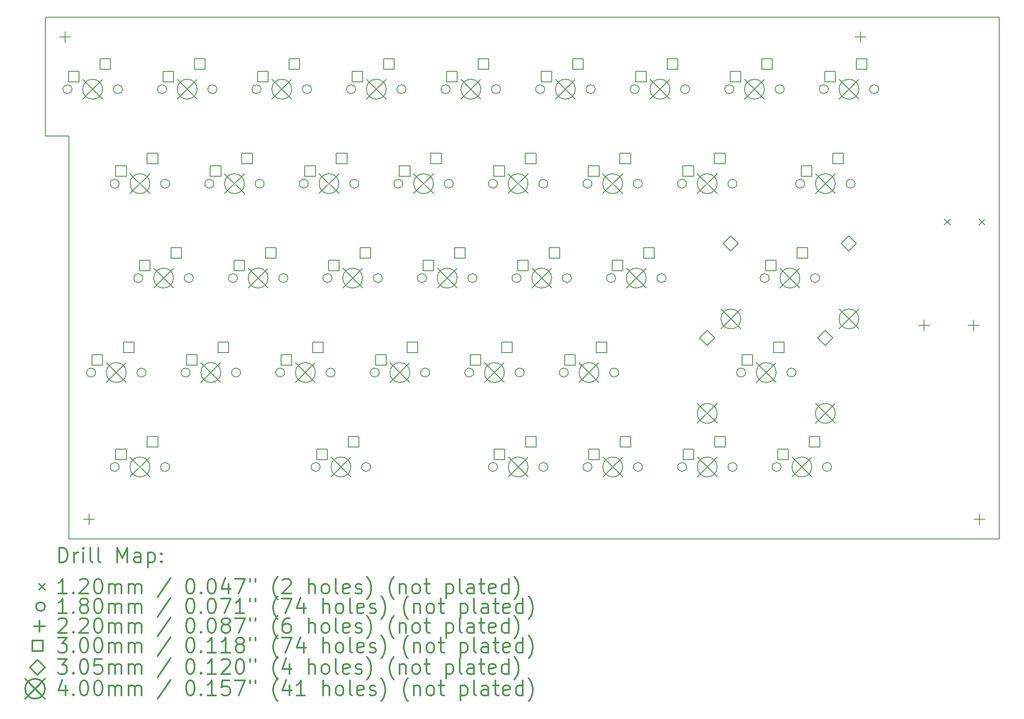
<source format=gbr>
%FSLAX45Y45*%
G04 Gerber Fmt 4.5, Leading zero omitted, Abs format (unit mm)*
G04 Created by KiCad (PCBNEW (5.0.2)-1) date 2019/03/03 0:18:20*
%MOMM*%
%LPD*%
G01*
G04 APERTURE LIST*
%ADD10C,0.150000*%
%ADD11C,0.200000*%
%ADD12C,0.300000*%
G04 APERTURE END LIST*
D10*
X19404000Y-4459000D02*
X19881000Y-4459000D01*
X19404000Y-2059000D02*
X19404000Y-4459000D01*
X38628000Y-2059000D02*
X38628000Y-12584000D01*
X19881000Y-4459000D02*
X19881000Y-12584000D01*
X19881000Y-12584000D02*
X38628000Y-12584000D01*
X19404000Y-2059000D02*
X38628000Y-2059000D01*
D11*
X37518000Y-6133000D02*
X37638000Y-6253000D01*
X37638000Y-6133000D02*
X37518000Y-6253000D01*
X38218000Y-6133000D02*
X38338000Y-6253000D01*
X38338000Y-6133000D02*
X38218000Y-6253000D01*
X20891450Y-11131000D02*
G75*
G03X20891450Y-11131000I-90000J0D01*
G01*
X21907450Y-11131000D02*
G75*
G03X21907450Y-11131000I-90000J0D01*
G01*
X35179000Y-3511000D02*
G75*
G03X35179000Y-3511000I-90000J0D01*
G01*
X36195000Y-3511000D02*
G75*
G03X36195000Y-3511000I-90000J0D01*
G01*
X25654000Y-3511000D02*
G75*
G03X25654000Y-3511000I-90000J0D01*
G01*
X26670000Y-3511000D02*
G75*
G03X26670000Y-3511000I-90000J0D01*
G01*
X29940200Y-9226000D02*
G75*
G03X29940200Y-9226000I-90000J0D01*
G01*
X30956200Y-9226000D02*
G75*
G03X30956200Y-9226000I-90000J0D01*
G01*
X28511500Y-5416000D02*
G75*
G03X28511500Y-5416000I-90000J0D01*
G01*
X29527500Y-5416000D02*
G75*
G03X29527500Y-5416000I-90000J0D01*
G01*
X24225200Y-9226000D02*
G75*
G03X24225200Y-9226000I-90000J0D01*
G01*
X25241200Y-9226000D02*
G75*
G03X25241200Y-9226000I-90000J0D01*
G01*
X33988340Y-7321000D02*
G75*
G03X33988340Y-7321000I-90000J0D01*
G01*
X35004340Y-7321000D02*
G75*
G03X35004340Y-7321000I-90000J0D01*
G01*
X25177700Y-7321000D02*
G75*
G03X25177700Y-7321000I-90000J0D01*
G01*
X26193700Y-7321000D02*
G75*
G03X26193700Y-7321000I-90000J0D01*
G01*
X20415200Y-9226000D02*
G75*
G03X20415200Y-9226000I-90000J0D01*
G01*
X21431200Y-9226000D02*
G75*
G03X21431200Y-9226000I-90000J0D01*
G01*
X30892700Y-7321000D02*
G75*
G03X30892700Y-7321000I-90000J0D01*
G01*
X31908700Y-7321000D02*
G75*
G03X31908700Y-7321000I-90000J0D01*
G01*
X21367700Y-7321000D02*
G75*
G03X21367700Y-7321000I-90000J0D01*
G01*
X22383700Y-7321000D02*
G75*
G03X22383700Y-7321000I-90000J0D01*
G01*
X28035200Y-9226000D02*
G75*
G03X28035200Y-9226000I-90000J0D01*
G01*
X29051200Y-9226000D02*
G75*
G03X29051200Y-9226000I-90000J0D01*
G01*
X23749000Y-3511000D02*
G75*
G03X23749000Y-3511000I-90000J0D01*
G01*
X24765000Y-3511000D02*
G75*
G03X24765000Y-3511000I-90000J0D01*
G01*
X22796500Y-5416000D02*
G75*
G03X22796500Y-5416000I-90000J0D01*
G01*
X23812500Y-5416000D02*
G75*
G03X23812500Y-5416000I-90000J0D01*
G01*
X28512950Y-11131000D02*
G75*
G03X28512950Y-11131000I-90000J0D01*
G01*
X29528950Y-11131000D02*
G75*
G03X29528950Y-11131000I-90000J0D01*
G01*
X28987700Y-7321000D02*
G75*
G03X28987700Y-7321000I-90000J0D01*
G01*
X30003700Y-7321000D02*
G75*
G03X30003700Y-7321000I-90000J0D01*
G01*
X23272700Y-7321000D02*
G75*
G03X23272700Y-7321000I-90000J0D01*
G01*
X24288700Y-7321000D02*
G75*
G03X24288700Y-7321000I-90000J0D01*
G01*
X26130200Y-9226000D02*
G75*
G03X26130200Y-9226000I-90000J0D01*
G01*
X27146200Y-9226000D02*
G75*
G03X27146200Y-9226000I-90000J0D01*
G01*
X22320200Y-9226000D02*
G75*
G03X22320200Y-9226000I-90000J0D01*
G01*
X23336200Y-9226000D02*
G75*
G03X23336200Y-9226000I-90000J0D01*
G01*
X31369000Y-3511000D02*
G75*
G03X31369000Y-3511000I-90000J0D01*
G01*
X32385000Y-3511000D02*
G75*
G03X32385000Y-3511000I-90000J0D01*
G01*
X34227950Y-11131000D02*
G75*
G03X34227950Y-11131000I-90000J0D01*
G01*
X35243950Y-11131000D02*
G75*
G03X35243950Y-11131000I-90000J0D01*
G01*
X34702750Y-5416000D02*
G75*
G03X34702750Y-5416000I-90000J0D01*
G01*
X35718750Y-5416000D02*
G75*
G03X35718750Y-5416000I-90000J0D01*
G01*
X27082700Y-7321000D02*
G75*
G03X27082700Y-7321000I-90000J0D01*
G01*
X28098700Y-7321000D02*
G75*
G03X28098700Y-7321000I-90000J0D01*
G01*
X26606500Y-5416000D02*
G75*
G03X26606500Y-5416000I-90000J0D01*
G01*
X27622500Y-5416000D02*
G75*
G03X27622500Y-5416000I-90000J0D01*
G01*
X32321500Y-5416000D02*
G75*
G03X32321500Y-5416000I-90000J0D01*
G01*
X33337500Y-5416000D02*
G75*
G03X33337500Y-5416000I-90000J0D01*
G01*
X20891500Y-5416000D02*
G75*
G03X20891500Y-5416000I-90000J0D01*
G01*
X21907500Y-5416000D02*
G75*
G03X21907500Y-5416000I-90000J0D01*
G01*
X21844000Y-3511000D02*
G75*
G03X21844000Y-3511000I-90000J0D01*
G01*
X22860000Y-3511000D02*
G75*
G03X22860000Y-3511000I-90000J0D01*
G01*
X30416500Y-5416000D02*
G75*
G03X30416500Y-5416000I-90000J0D01*
G01*
X31432500Y-5416000D02*
G75*
G03X31432500Y-5416000I-90000J0D01*
G01*
X27559000Y-3511000D02*
G75*
G03X27559000Y-3511000I-90000J0D01*
G01*
X28575000Y-3511000D02*
G75*
G03X28575000Y-3511000I-90000J0D01*
G01*
X24701500Y-5416000D02*
G75*
G03X24701500Y-5416000I-90000J0D01*
G01*
X25717500Y-5416000D02*
G75*
G03X25717500Y-5416000I-90000J0D01*
G01*
X29464000Y-3511000D02*
G75*
G03X29464000Y-3511000I-90000J0D01*
G01*
X30480000Y-3511000D02*
G75*
G03X30480000Y-3511000I-90000J0D01*
G01*
X24940200Y-11131000D02*
G75*
G03X24940200Y-11131000I-90000J0D01*
G01*
X25956200Y-11131000D02*
G75*
G03X25956200Y-11131000I-90000J0D01*
G01*
X32322950Y-11131000D02*
G75*
G03X32322950Y-11131000I-90000J0D01*
G01*
X33338950Y-11131000D02*
G75*
G03X33338950Y-11131000I-90000J0D01*
G01*
X33274000Y-3511000D02*
G75*
G03X33274000Y-3511000I-90000J0D01*
G01*
X34290000Y-3511000D02*
G75*
G03X34290000Y-3511000I-90000J0D01*
G01*
X33512200Y-9226000D02*
G75*
G03X33512200Y-9226000I-90000J0D01*
G01*
X34528200Y-9226000D02*
G75*
G03X34528200Y-9226000I-90000J0D01*
G01*
X19939000Y-3511000D02*
G75*
G03X19939000Y-3511000I-90000J0D01*
G01*
X20955000Y-3511000D02*
G75*
G03X20955000Y-3511000I-90000J0D01*
G01*
X30417950Y-11131000D02*
G75*
G03X30417950Y-11131000I-90000J0D01*
G01*
X31433950Y-11131000D02*
G75*
G03X31433950Y-11131000I-90000J0D01*
G01*
X20281000Y-12074000D02*
X20281000Y-12294000D01*
X20171000Y-12184000D02*
X20391000Y-12184000D01*
X38108250Y-8163000D02*
X38108250Y-8383000D01*
X37998250Y-8273000D02*
X38218250Y-8273000D01*
X38228000Y-12074000D02*
X38228000Y-12294000D01*
X38118000Y-12184000D02*
X38338000Y-12184000D01*
X37108250Y-8163000D02*
X37108250Y-8383000D01*
X36998250Y-8273000D02*
X37218250Y-8273000D01*
X19804000Y-2349000D02*
X19804000Y-2569000D01*
X19694000Y-2459000D02*
X19914000Y-2459000D01*
X35828000Y-2349000D02*
X35828000Y-2569000D01*
X35718000Y-2459000D02*
X35938000Y-2459000D01*
X22463267Y-9078067D02*
X22463267Y-8865933D01*
X22251133Y-8865933D01*
X22251133Y-9078067D01*
X22463267Y-9078067D01*
X23098267Y-8824067D02*
X23098267Y-8611933D01*
X22886133Y-8611933D01*
X22886133Y-8824067D01*
X23098267Y-8824067D01*
X31512067Y-3363067D02*
X31512067Y-3150933D01*
X31299933Y-3150933D01*
X31299933Y-3363067D01*
X31512067Y-3363067D01*
X32147067Y-3109067D02*
X32147067Y-2896933D01*
X31934933Y-2896933D01*
X31934933Y-3109067D01*
X32147067Y-3109067D01*
X34371017Y-10983067D02*
X34371017Y-10770933D01*
X34158883Y-10770933D01*
X34158883Y-10983067D01*
X34371017Y-10983067D01*
X35006017Y-10729067D02*
X35006017Y-10516933D01*
X34793883Y-10516933D01*
X34793883Y-10729067D01*
X35006017Y-10729067D01*
X34845817Y-5268067D02*
X34845817Y-5055933D01*
X34633683Y-5055933D01*
X34633683Y-5268067D01*
X34845817Y-5268067D01*
X35480817Y-5014067D02*
X35480817Y-4801933D01*
X35268683Y-4801933D01*
X35268683Y-5014067D01*
X35480817Y-5014067D01*
X27225767Y-7173067D02*
X27225767Y-6960933D01*
X27013633Y-6960933D01*
X27013633Y-7173067D01*
X27225767Y-7173067D01*
X27860767Y-6919067D02*
X27860767Y-6706933D01*
X27648633Y-6706933D01*
X27648633Y-6919067D01*
X27860767Y-6919067D01*
X26749567Y-5268067D02*
X26749567Y-5055933D01*
X26537433Y-5055933D01*
X26537433Y-5268067D01*
X26749567Y-5268067D01*
X27384567Y-5014067D02*
X27384567Y-4801933D01*
X27172433Y-4801933D01*
X27172433Y-5014067D01*
X27384567Y-5014067D01*
X32464567Y-5268067D02*
X32464567Y-5055933D01*
X32252433Y-5055933D01*
X32252433Y-5268067D01*
X32464567Y-5268067D01*
X33099567Y-5014067D02*
X33099567Y-4801933D01*
X32887433Y-4801933D01*
X32887433Y-5014067D01*
X33099567Y-5014067D01*
X21034567Y-5268067D02*
X21034567Y-5055933D01*
X20822433Y-5055933D01*
X20822433Y-5268067D01*
X21034567Y-5268067D01*
X21669567Y-5014067D02*
X21669567Y-4801933D01*
X21457433Y-4801933D01*
X21457433Y-5014067D01*
X21669567Y-5014067D01*
X21987067Y-3363067D02*
X21987067Y-3150933D01*
X21774933Y-3150933D01*
X21774933Y-3363067D01*
X21987067Y-3363067D01*
X22622067Y-3109067D02*
X22622067Y-2896933D01*
X22409933Y-2896933D01*
X22409933Y-3109067D01*
X22622067Y-3109067D01*
X30559567Y-5268067D02*
X30559567Y-5055933D01*
X30347433Y-5055933D01*
X30347433Y-5268067D01*
X30559567Y-5268067D01*
X31194567Y-5014067D02*
X31194567Y-4801933D01*
X30982433Y-4801933D01*
X30982433Y-5014067D01*
X31194567Y-5014067D01*
X27702067Y-3363067D02*
X27702067Y-3150933D01*
X27489933Y-3150933D01*
X27489933Y-3363067D01*
X27702067Y-3363067D01*
X28337067Y-3109067D02*
X28337067Y-2896933D01*
X28124933Y-2896933D01*
X28124933Y-3109067D01*
X28337067Y-3109067D01*
X24844567Y-5268067D02*
X24844567Y-5055933D01*
X24632433Y-5055933D01*
X24632433Y-5268067D01*
X24844567Y-5268067D01*
X25479567Y-5014067D02*
X25479567Y-4801933D01*
X25267433Y-4801933D01*
X25267433Y-5014067D01*
X25479567Y-5014067D01*
X29607067Y-3363067D02*
X29607067Y-3150933D01*
X29394933Y-3150933D01*
X29394933Y-3363067D01*
X29607067Y-3363067D01*
X30242067Y-3109067D02*
X30242067Y-2896933D01*
X30029933Y-2896933D01*
X30029933Y-3109067D01*
X30242067Y-3109067D01*
X25083267Y-10983067D02*
X25083267Y-10770933D01*
X24871133Y-10770933D01*
X24871133Y-10983067D01*
X25083267Y-10983067D01*
X25718267Y-10729067D02*
X25718267Y-10516933D01*
X25506133Y-10516933D01*
X25506133Y-10729067D01*
X25718267Y-10729067D01*
X32466017Y-10983067D02*
X32466017Y-10770933D01*
X32253883Y-10770933D01*
X32253883Y-10983067D01*
X32466017Y-10983067D01*
X33101017Y-10729067D02*
X33101017Y-10516933D01*
X32888883Y-10516933D01*
X32888883Y-10729067D01*
X33101017Y-10729067D01*
X33417067Y-3363067D02*
X33417067Y-3150933D01*
X33204933Y-3150933D01*
X33204933Y-3363067D01*
X33417067Y-3363067D01*
X34052067Y-3109067D02*
X34052067Y-2896933D01*
X33839933Y-2896933D01*
X33839933Y-3109067D01*
X34052067Y-3109067D01*
X33655267Y-9078067D02*
X33655267Y-8865933D01*
X33443133Y-8865933D01*
X33443133Y-9078067D01*
X33655267Y-9078067D01*
X34290267Y-8824067D02*
X34290267Y-8611933D01*
X34078133Y-8611933D01*
X34078133Y-8824067D01*
X34290267Y-8824067D01*
X20082067Y-3363067D02*
X20082067Y-3150933D01*
X19869933Y-3150933D01*
X19869933Y-3363067D01*
X20082067Y-3363067D01*
X20717067Y-3109067D02*
X20717067Y-2896933D01*
X20504933Y-2896933D01*
X20504933Y-3109067D01*
X20717067Y-3109067D01*
X30561017Y-10983067D02*
X30561017Y-10770933D01*
X30348883Y-10770933D01*
X30348883Y-10983067D01*
X30561017Y-10983067D01*
X31196017Y-10729067D02*
X31196017Y-10516933D01*
X30983883Y-10516933D01*
X30983883Y-10729067D01*
X31196017Y-10729067D01*
X21034517Y-10983067D02*
X21034517Y-10770933D01*
X20822383Y-10770933D01*
X20822383Y-10983067D01*
X21034517Y-10983067D01*
X21669517Y-10729067D02*
X21669517Y-10516933D01*
X21457383Y-10516933D01*
X21457383Y-10729067D01*
X21669517Y-10729067D01*
X35322067Y-3363067D02*
X35322067Y-3150933D01*
X35109933Y-3150933D01*
X35109933Y-3363067D01*
X35322067Y-3363067D01*
X35957067Y-3109067D02*
X35957067Y-2896933D01*
X35744933Y-2896933D01*
X35744933Y-3109067D01*
X35957067Y-3109067D01*
X25797067Y-3363067D02*
X25797067Y-3150933D01*
X25584933Y-3150933D01*
X25584933Y-3363067D01*
X25797067Y-3363067D01*
X26432067Y-3109067D02*
X26432067Y-2896933D01*
X26219933Y-2896933D01*
X26219933Y-3109067D01*
X26432067Y-3109067D01*
X30083267Y-9078067D02*
X30083267Y-8865933D01*
X29871133Y-8865933D01*
X29871133Y-9078067D01*
X30083267Y-9078067D01*
X30718267Y-8824067D02*
X30718267Y-8611933D01*
X30506133Y-8611933D01*
X30506133Y-8824067D01*
X30718267Y-8824067D01*
X28654567Y-5268067D02*
X28654567Y-5055933D01*
X28442433Y-5055933D01*
X28442433Y-5268067D01*
X28654567Y-5268067D01*
X29289567Y-5014067D02*
X29289567Y-4801933D01*
X29077433Y-4801933D01*
X29077433Y-5014067D01*
X29289567Y-5014067D01*
X24368267Y-9078067D02*
X24368267Y-8865933D01*
X24156133Y-8865933D01*
X24156133Y-9078067D01*
X24368267Y-9078067D01*
X25003267Y-8824067D02*
X25003267Y-8611933D01*
X24791133Y-8611933D01*
X24791133Y-8824067D01*
X25003267Y-8824067D01*
X34131407Y-7173067D02*
X34131407Y-6960933D01*
X33919273Y-6960933D01*
X33919273Y-7173067D01*
X34131407Y-7173067D01*
X34766407Y-6919067D02*
X34766407Y-6706933D01*
X34554273Y-6706933D01*
X34554273Y-6919067D01*
X34766407Y-6919067D01*
X25320767Y-7173067D02*
X25320767Y-6960933D01*
X25108633Y-6960933D01*
X25108633Y-7173067D01*
X25320767Y-7173067D01*
X25955767Y-6919067D02*
X25955767Y-6706933D01*
X25743633Y-6706933D01*
X25743633Y-6919067D01*
X25955767Y-6919067D01*
X20558267Y-9078067D02*
X20558267Y-8865933D01*
X20346133Y-8865933D01*
X20346133Y-9078067D01*
X20558267Y-9078067D01*
X21193267Y-8824067D02*
X21193267Y-8611933D01*
X20981133Y-8611933D01*
X20981133Y-8824067D01*
X21193267Y-8824067D01*
X31035767Y-7173067D02*
X31035767Y-6960933D01*
X30823633Y-6960933D01*
X30823633Y-7173067D01*
X31035767Y-7173067D01*
X31670767Y-6919067D02*
X31670767Y-6706933D01*
X31458633Y-6706933D01*
X31458633Y-6919067D01*
X31670767Y-6919067D01*
X21510767Y-7173067D02*
X21510767Y-6960933D01*
X21298633Y-6960933D01*
X21298633Y-7173067D01*
X21510767Y-7173067D01*
X22145767Y-6919067D02*
X22145767Y-6706933D01*
X21933633Y-6706933D01*
X21933633Y-6919067D01*
X22145767Y-6919067D01*
X28178267Y-9078067D02*
X28178267Y-8865933D01*
X27966133Y-8865933D01*
X27966133Y-9078067D01*
X28178267Y-9078067D01*
X28813267Y-8824067D02*
X28813267Y-8611933D01*
X28601133Y-8611933D01*
X28601133Y-8824067D01*
X28813267Y-8824067D01*
X23892067Y-3363067D02*
X23892067Y-3150933D01*
X23679933Y-3150933D01*
X23679933Y-3363067D01*
X23892067Y-3363067D01*
X24527067Y-3109067D02*
X24527067Y-2896933D01*
X24314933Y-2896933D01*
X24314933Y-3109067D01*
X24527067Y-3109067D01*
X22939567Y-5268067D02*
X22939567Y-5055933D01*
X22727433Y-5055933D01*
X22727433Y-5268067D01*
X22939567Y-5268067D01*
X23574567Y-5014067D02*
X23574567Y-4801933D01*
X23362433Y-4801933D01*
X23362433Y-5014067D01*
X23574567Y-5014067D01*
X28656017Y-10983067D02*
X28656017Y-10770933D01*
X28443883Y-10770933D01*
X28443883Y-10983067D01*
X28656017Y-10983067D01*
X29291017Y-10729067D02*
X29291017Y-10516933D01*
X29078883Y-10516933D01*
X29078883Y-10729067D01*
X29291017Y-10729067D01*
X29130767Y-7173067D02*
X29130767Y-6960933D01*
X28918633Y-6960933D01*
X28918633Y-7173067D01*
X29130767Y-7173067D01*
X29765767Y-6919067D02*
X29765767Y-6706933D01*
X29553633Y-6706933D01*
X29553633Y-6919067D01*
X29765767Y-6919067D01*
X23415767Y-7173067D02*
X23415767Y-6960933D01*
X23203633Y-6960933D01*
X23203633Y-7173067D01*
X23415767Y-7173067D01*
X24050767Y-6919067D02*
X24050767Y-6706933D01*
X23838633Y-6706933D01*
X23838633Y-6919067D01*
X24050767Y-6919067D01*
X26273267Y-9078067D02*
X26273267Y-8865933D01*
X26061133Y-8865933D01*
X26061133Y-9078067D01*
X26273267Y-9078067D01*
X26908267Y-8824067D02*
X26908267Y-8611933D01*
X26696133Y-8611933D01*
X26696133Y-8824067D01*
X26908267Y-8824067D01*
X32740200Y-8678500D02*
X32892700Y-8526000D01*
X32740200Y-8373500D01*
X32587700Y-8526000D01*
X32740200Y-8678500D01*
X35120200Y-8678500D02*
X35272700Y-8526000D01*
X35120200Y-8373500D01*
X34967700Y-8526000D01*
X35120200Y-8678500D01*
X33216340Y-6773500D02*
X33368840Y-6621000D01*
X33216340Y-6468500D01*
X33063840Y-6621000D01*
X33216340Y-6773500D01*
X35596340Y-6773500D02*
X35748840Y-6621000D01*
X35596340Y-6468500D01*
X35443840Y-6621000D01*
X35596340Y-6773500D01*
X33016340Y-7945000D02*
X33416340Y-8345000D01*
X33416340Y-7945000D02*
X33016340Y-8345000D01*
X33416340Y-8145000D02*
G75*
G03X33416340Y-8145000I-200000J0D01*
G01*
X34206340Y-7121000D02*
X34606340Y-7521000D01*
X34606340Y-7121000D02*
X34206340Y-7521000D01*
X34606340Y-7321000D02*
G75*
G03X34606340Y-7321000I-200000J0D01*
G01*
X35396340Y-7945000D02*
X35796340Y-8345000D01*
X35796340Y-7945000D02*
X35396340Y-8345000D01*
X35796340Y-8145000D02*
G75*
G03X35796340Y-8145000I-200000J0D01*
G01*
X25395700Y-7121000D02*
X25795700Y-7521000D01*
X25795700Y-7121000D02*
X25395700Y-7521000D01*
X25795700Y-7321000D02*
G75*
G03X25795700Y-7321000I-200000J0D01*
G01*
X20633200Y-9026000D02*
X21033200Y-9426000D01*
X21033200Y-9026000D02*
X20633200Y-9426000D01*
X21033200Y-9226000D02*
G75*
G03X21033200Y-9226000I-200000J0D01*
G01*
X31110700Y-7121000D02*
X31510700Y-7521000D01*
X31510700Y-7121000D02*
X31110700Y-7521000D01*
X31510700Y-7321000D02*
G75*
G03X31510700Y-7321000I-200000J0D01*
G01*
X21585700Y-7121000D02*
X21985700Y-7521000D01*
X21985700Y-7121000D02*
X21585700Y-7521000D01*
X21985700Y-7321000D02*
G75*
G03X21985700Y-7321000I-200000J0D01*
G01*
X28253200Y-9026000D02*
X28653200Y-9426000D01*
X28653200Y-9026000D02*
X28253200Y-9426000D01*
X28653200Y-9226000D02*
G75*
G03X28653200Y-9226000I-200000J0D01*
G01*
X23967000Y-3311000D02*
X24367000Y-3711000D01*
X24367000Y-3311000D02*
X23967000Y-3711000D01*
X24367000Y-3511000D02*
G75*
G03X24367000Y-3511000I-200000J0D01*
G01*
X23014500Y-5216000D02*
X23414500Y-5616000D01*
X23414500Y-5216000D02*
X23014500Y-5616000D01*
X23414500Y-5416000D02*
G75*
G03X23414500Y-5416000I-200000J0D01*
G01*
X28730950Y-10931000D02*
X29130950Y-11331000D01*
X29130950Y-10931000D02*
X28730950Y-11331000D01*
X29130950Y-11131000D02*
G75*
G03X29130950Y-11131000I-200000J0D01*
G01*
X29205700Y-7121000D02*
X29605700Y-7521000D01*
X29605700Y-7121000D02*
X29205700Y-7521000D01*
X29605700Y-7321000D02*
G75*
G03X29605700Y-7321000I-200000J0D01*
G01*
X23490700Y-7121000D02*
X23890700Y-7521000D01*
X23890700Y-7121000D02*
X23490700Y-7521000D01*
X23890700Y-7321000D02*
G75*
G03X23890700Y-7321000I-200000J0D01*
G01*
X26348200Y-9026000D02*
X26748200Y-9426000D01*
X26748200Y-9026000D02*
X26348200Y-9426000D01*
X26748200Y-9226000D02*
G75*
G03X26748200Y-9226000I-200000J0D01*
G01*
X22538200Y-9026000D02*
X22938200Y-9426000D01*
X22938200Y-9026000D02*
X22538200Y-9426000D01*
X22938200Y-9226000D02*
G75*
G03X22938200Y-9226000I-200000J0D01*
G01*
X31587000Y-3311000D02*
X31987000Y-3711000D01*
X31987000Y-3311000D02*
X31587000Y-3711000D01*
X31987000Y-3511000D02*
G75*
G03X31987000Y-3511000I-200000J0D01*
G01*
X34445950Y-10931000D02*
X34845950Y-11331000D01*
X34845950Y-10931000D02*
X34445950Y-11331000D01*
X34845950Y-11131000D02*
G75*
G03X34845950Y-11131000I-200000J0D01*
G01*
X34920750Y-5216000D02*
X35320750Y-5616000D01*
X35320750Y-5216000D02*
X34920750Y-5616000D01*
X35320750Y-5416000D02*
G75*
G03X35320750Y-5416000I-200000J0D01*
G01*
X27300700Y-7121000D02*
X27700700Y-7521000D01*
X27700700Y-7121000D02*
X27300700Y-7521000D01*
X27700700Y-7321000D02*
G75*
G03X27700700Y-7321000I-200000J0D01*
G01*
X26824500Y-5216000D02*
X27224500Y-5616000D01*
X27224500Y-5216000D02*
X26824500Y-5616000D01*
X27224500Y-5416000D02*
G75*
G03X27224500Y-5416000I-200000J0D01*
G01*
X32539500Y-5216000D02*
X32939500Y-5616000D01*
X32939500Y-5216000D02*
X32539500Y-5616000D01*
X32939500Y-5416000D02*
G75*
G03X32939500Y-5416000I-200000J0D01*
G01*
X21109500Y-5216000D02*
X21509500Y-5616000D01*
X21509500Y-5216000D02*
X21109500Y-5616000D01*
X21509500Y-5416000D02*
G75*
G03X21509500Y-5416000I-200000J0D01*
G01*
X22062000Y-3311000D02*
X22462000Y-3711000D01*
X22462000Y-3311000D02*
X22062000Y-3711000D01*
X22462000Y-3511000D02*
G75*
G03X22462000Y-3511000I-200000J0D01*
G01*
X30634500Y-5216000D02*
X31034500Y-5616000D01*
X31034500Y-5216000D02*
X30634500Y-5616000D01*
X31034500Y-5416000D02*
G75*
G03X31034500Y-5416000I-200000J0D01*
G01*
X27777000Y-3311000D02*
X28177000Y-3711000D01*
X28177000Y-3311000D02*
X27777000Y-3711000D01*
X28177000Y-3511000D02*
G75*
G03X28177000Y-3511000I-200000J0D01*
G01*
X24919500Y-5216000D02*
X25319500Y-5616000D01*
X25319500Y-5216000D02*
X24919500Y-5616000D01*
X25319500Y-5416000D02*
G75*
G03X25319500Y-5416000I-200000J0D01*
G01*
X29682000Y-3311000D02*
X30082000Y-3711000D01*
X30082000Y-3311000D02*
X29682000Y-3711000D01*
X30082000Y-3511000D02*
G75*
G03X30082000Y-3511000I-200000J0D01*
G01*
X25158200Y-10931000D02*
X25558200Y-11331000D01*
X25558200Y-10931000D02*
X25158200Y-11331000D01*
X25558200Y-11131000D02*
G75*
G03X25558200Y-11131000I-200000J0D01*
G01*
X32540950Y-10931000D02*
X32940950Y-11331000D01*
X32940950Y-10931000D02*
X32540950Y-11331000D01*
X32940950Y-11131000D02*
G75*
G03X32940950Y-11131000I-200000J0D01*
G01*
X33492000Y-3311000D02*
X33892000Y-3711000D01*
X33892000Y-3311000D02*
X33492000Y-3711000D01*
X33892000Y-3511000D02*
G75*
G03X33892000Y-3511000I-200000J0D01*
G01*
X32540200Y-9850000D02*
X32940200Y-10250000D01*
X32940200Y-9850000D02*
X32540200Y-10250000D01*
X32940200Y-10050000D02*
G75*
G03X32940200Y-10050000I-200000J0D01*
G01*
X33730200Y-9026000D02*
X34130200Y-9426000D01*
X34130200Y-9026000D02*
X33730200Y-9426000D01*
X34130200Y-9226000D02*
G75*
G03X34130200Y-9226000I-200000J0D01*
G01*
X34920200Y-9850000D02*
X35320200Y-10250000D01*
X35320200Y-9850000D02*
X34920200Y-10250000D01*
X35320200Y-10050000D02*
G75*
G03X35320200Y-10050000I-200000J0D01*
G01*
X20157000Y-3311000D02*
X20557000Y-3711000D01*
X20557000Y-3311000D02*
X20157000Y-3711000D01*
X20557000Y-3511000D02*
G75*
G03X20557000Y-3511000I-200000J0D01*
G01*
X30635950Y-10931000D02*
X31035950Y-11331000D01*
X31035950Y-10931000D02*
X30635950Y-11331000D01*
X31035950Y-11131000D02*
G75*
G03X31035950Y-11131000I-200000J0D01*
G01*
X21109450Y-10931000D02*
X21509450Y-11331000D01*
X21509450Y-10931000D02*
X21109450Y-11331000D01*
X21509450Y-11131000D02*
G75*
G03X21509450Y-11131000I-200000J0D01*
G01*
X35397000Y-3311000D02*
X35797000Y-3711000D01*
X35797000Y-3311000D02*
X35397000Y-3711000D01*
X35797000Y-3511000D02*
G75*
G03X35797000Y-3511000I-200000J0D01*
G01*
X25872000Y-3311000D02*
X26272000Y-3711000D01*
X26272000Y-3311000D02*
X25872000Y-3711000D01*
X26272000Y-3511000D02*
G75*
G03X26272000Y-3511000I-200000J0D01*
G01*
X30158200Y-9026000D02*
X30558200Y-9426000D01*
X30558200Y-9026000D02*
X30158200Y-9426000D01*
X30558200Y-9226000D02*
G75*
G03X30558200Y-9226000I-200000J0D01*
G01*
X28729500Y-5216000D02*
X29129500Y-5616000D01*
X29129500Y-5216000D02*
X28729500Y-5616000D01*
X29129500Y-5416000D02*
G75*
G03X29129500Y-5416000I-200000J0D01*
G01*
X24443200Y-9026000D02*
X24843200Y-9426000D01*
X24843200Y-9026000D02*
X24443200Y-9426000D01*
X24843200Y-9226000D02*
G75*
G03X24843200Y-9226000I-200000J0D01*
G01*
D12*
X19682928Y-13057214D02*
X19682928Y-12757214D01*
X19754357Y-12757214D01*
X19797214Y-12771500D01*
X19825786Y-12800071D01*
X19840071Y-12828643D01*
X19854357Y-12885786D01*
X19854357Y-12928643D01*
X19840071Y-12985786D01*
X19825786Y-13014357D01*
X19797214Y-13042929D01*
X19754357Y-13057214D01*
X19682928Y-13057214D01*
X19982928Y-13057214D02*
X19982928Y-12857214D01*
X19982928Y-12914357D02*
X19997214Y-12885786D01*
X20011500Y-12871500D01*
X20040071Y-12857214D01*
X20068643Y-12857214D01*
X20168643Y-13057214D02*
X20168643Y-12857214D01*
X20168643Y-12757214D02*
X20154357Y-12771500D01*
X20168643Y-12785786D01*
X20182928Y-12771500D01*
X20168643Y-12757214D01*
X20168643Y-12785786D01*
X20354357Y-13057214D02*
X20325786Y-13042929D01*
X20311500Y-13014357D01*
X20311500Y-12757214D01*
X20511500Y-13057214D02*
X20482928Y-13042929D01*
X20468643Y-13014357D01*
X20468643Y-12757214D01*
X20854357Y-13057214D02*
X20854357Y-12757214D01*
X20954357Y-12971500D01*
X21054357Y-12757214D01*
X21054357Y-13057214D01*
X21325786Y-13057214D02*
X21325786Y-12900071D01*
X21311500Y-12871500D01*
X21282928Y-12857214D01*
X21225786Y-12857214D01*
X21197214Y-12871500D01*
X21325786Y-13042929D02*
X21297214Y-13057214D01*
X21225786Y-13057214D01*
X21197214Y-13042929D01*
X21182928Y-13014357D01*
X21182928Y-12985786D01*
X21197214Y-12957214D01*
X21225786Y-12942929D01*
X21297214Y-12942929D01*
X21325786Y-12928643D01*
X21468643Y-12857214D02*
X21468643Y-13157214D01*
X21468643Y-12871500D02*
X21497214Y-12857214D01*
X21554357Y-12857214D01*
X21582928Y-12871500D01*
X21597214Y-12885786D01*
X21611500Y-12914357D01*
X21611500Y-13000071D01*
X21597214Y-13028643D01*
X21582928Y-13042929D01*
X21554357Y-13057214D01*
X21497214Y-13057214D01*
X21468643Y-13042929D01*
X21740071Y-13028643D02*
X21754357Y-13042929D01*
X21740071Y-13057214D01*
X21725786Y-13042929D01*
X21740071Y-13028643D01*
X21740071Y-13057214D01*
X21740071Y-12871500D02*
X21754357Y-12885786D01*
X21740071Y-12900071D01*
X21725786Y-12885786D01*
X21740071Y-12871500D01*
X21740071Y-12900071D01*
X19276500Y-13491500D02*
X19396500Y-13611500D01*
X19396500Y-13491500D02*
X19276500Y-13611500D01*
X19840071Y-13687214D02*
X19668643Y-13687214D01*
X19754357Y-13687214D02*
X19754357Y-13387214D01*
X19725786Y-13430071D01*
X19697214Y-13458643D01*
X19668643Y-13472929D01*
X19968643Y-13658643D02*
X19982928Y-13672929D01*
X19968643Y-13687214D01*
X19954357Y-13672929D01*
X19968643Y-13658643D01*
X19968643Y-13687214D01*
X20097214Y-13415786D02*
X20111500Y-13401500D01*
X20140071Y-13387214D01*
X20211500Y-13387214D01*
X20240071Y-13401500D01*
X20254357Y-13415786D01*
X20268643Y-13444357D01*
X20268643Y-13472929D01*
X20254357Y-13515786D01*
X20082928Y-13687214D01*
X20268643Y-13687214D01*
X20454357Y-13387214D02*
X20482928Y-13387214D01*
X20511500Y-13401500D01*
X20525786Y-13415786D01*
X20540071Y-13444357D01*
X20554357Y-13501500D01*
X20554357Y-13572929D01*
X20540071Y-13630071D01*
X20525786Y-13658643D01*
X20511500Y-13672929D01*
X20482928Y-13687214D01*
X20454357Y-13687214D01*
X20425786Y-13672929D01*
X20411500Y-13658643D01*
X20397214Y-13630071D01*
X20382928Y-13572929D01*
X20382928Y-13501500D01*
X20397214Y-13444357D01*
X20411500Y-13415786D01*
X20425786Y-13401500D01*
X20454357Y-13387214D01*
X20682928Y-13687214D02*
X20682928Y-13487214D01*
X20682928Y-13515786D02*
X20697214Y-13501500D01*
X20725786Y-13487214D01*
X20768643Y-13487214D01*
X20797214Y-13501500D01*
X20811500Y-13530071D01*
X20811500Y-13687214D01*
X20811500Y-13530071D02*
X20825786Y-13501500D01*
X20854357Y-13487214D01*
X20897214Y-13487214D01*
X20925786Y-13501500D01*
X20940071Y-13530071D01*
X20940071Y-13687214D01*
X21082928Y-13687214D02*
X21082928Y-13487214D01*
X21082928Y-13515786D02*
X21097214Y-13501500D01*
X21125786Y-13487214D01*
X21168643Y-13487214D01*
X21197214Y-13501500D01*
X21211500Y-13530071D01*
X21211500Y-13687214D01*
X21211500Y-13530071D02*
X21225786Y-13501500D01*
X21254357Y-13487214D01*
X21297214Y-13487214D01*
X21325786Y-13501500D01*
X21340071Y-13530071D01*
X21340071Y-13687214D01*
X21925786Y-13372929D02*
X21668643Y-13758643D01*
X22311500Y-13387214D02*
X22340071Y-13387214D01*
X22368643Y-13401500D01*
X22382928Y-13415786D01*
X22397214Y-13444357D01*
X22411500Y-13501500D01*
X22411500Y-13572929D01*
X22397214Y-13630071D01*
X22382928Y-13658643D01*
X22368643Y-13672929D01*
X22340071Y-13687214D01*
X22311500Y-13687214D01*
X22282928Y-13672929D01*
X22268643Y-13658643D01*
X22254357Y-13630071D01*
X22240071Y-13572929D01*
X22240071Y-13501500D01*
X22254357Y-13444357D01*
X22268643Y-13415786D01*
X22282928Y-13401500D01*
X22311500Y-13387214D01*
X22540071Y-13658643D02*
X22554357Y-13672929D01*
X22540071Y-13687214D01*
X22525786Y-13672929D01*
X22540071Y-13658643D01*
X22540071Y-13687214D01*
X22740071Y-13387214D02*
X22768643Y-13387214D01*
X22797214Y-13401500D01*
X22811500Y-13415786D01*
X22825786Y-13444357D01*
X22840071Y-13501500D01*
X22840071Y-13572929D01*
X22825786Y-13630071D01*
X22811500Y-13658643D01*
X22797214Y-13672929D01*
X22768643Y-13687214D01*
X22740071Y-13687214D01*
X22711500Y-13672929D01*
X22697214Y-13658643D01*
X22682928Y-13630071D01*
X22668643Y-13572929D01*
X22668643Y-13501500D01*
X22682928Y-13444357D01*
X22697214Y-13415786D01*
X22711500Y-13401500D01*
X22740071Y-13387214D01*
X23097214Y-13487214D02*
X23097214Y-13687214D01*
X23025786Y-13372929D02*
X22954357Y-13587214D01*
X23140071Y-13587214D01*
X23225786Y-13387214D02*
X23425786Y-13387214D01*
X23297214Y-13687214D01*
X23525786Y-13387214D02*
X23525786Y-13444357D01*
X23640071Y-13387214D02*
X23640071Y-13444357D01*
X24082928Y-13801500D02*
X24068643Y-13787214D01*
X24040071Y-13744357D01*
X24025786Y-13715786D01*
X24011500Y-13672929D01*
X23997214Y-13601500D01*
X23997214Y-13544357D01*
X24011500Y-13472929D01*
X24025786Y-13430071D01*
X24040071Y-13401500D01*
X24068643Y-13358643D01*
X24082928Y-13344357D01*
X24182928Y-13415786D02*
X24197214Y-13401500D01*
X24225786Y-13387214D01*
X24297214Y-13387214D01*
X24325786Y-13401500D01*
X24340071Y-13415786D01*
X24354357Y-13444357D01*
X24354357Y-13472929D01*
X24340071Y-13515786D01*
X24168643Y-13687214D01*
X24354357Y-13687214D01*
X24711500Y-13687214D02*
X24711500Y-13387214D01*
X24840071Y-13687214D02*
X24840071Y-13530071D01*
X24825786Y-13501500D01*
X24797214Y-13487214D01*
X24754357Y-13487214D01*
X24725786Y-13501500D01*
X24711500Y-13515786D01*
X25025786Y-13687214D02*
X24997214Y-13672929D01*
X24982928Y-13658643D01*
X24968643Y-13630071D01*
X24968643Y-13544357D01*
X24982928Y-13515786D01*
X24997214Y-13501500D01*
X25025786Y-13487214D01*
X25068643Y-13487214D01*
X25097214Y-13501500D01*
X25111500Y-13515786D01*
X25125786Y-13544357D01*
X25125786Y-13630071D01*
X25111500Y-13658643D01*
X25097214Y-13672929D01*
X25068643Y-13687214D01*
X25025786Y-13687214D01*
X25297214Y-13687214D02*
X25268643Y-13672929D01*
X25254357Y-13644357D01*
X25254357Y-13387214D01*
X25525786Y-13672929D02*
X25497214Y-13687214D01*
X25440071Y-13687214D01*
X25411500Y-13672929D01*
X25397214Y-13644357D01*
X25397214Y-13530071D01*
X25411500Y-13501500D01*
X25440071Y-13487214D01*
X25497214Y-13487214D01*
X25525786Y-13501500D01*
X25540071Y-13530071D01*
X25540071Y-13558643D01*
X25397214Y-13587214D01*
X25654357Y-13672929D02*
X25682928Y-13687214D01*
X25740071Y-13687214D01*
X25768643Y-13672929D01*
X25782928Y-13644357D01*
X25782928Y-13630071D01*
X25768643Y-13601500D01*
X25740071Y-13587214D01*
X25697214Y-13587214D01*
X25668643Y-13572929D01*
X25654357Y-13544357D01*
X25654357Y-13530071D01*
X25668643Y-13501500D01*
X25697214Y-13487214D01*
X25740071Y-13487214D01*
X25768643Y-13501500D01*
X25882928Y-13801500D02*
X25897214Y-13787214D01*
X25925786Y-13744357D01*
X25940071Y-13715786D01*
X25954357Y-13672929D01*
X25968643Y-13601500D01*
X25968643Y-13544357D01*
X25954357Y-13472929D01*
X25940071Y-13430071D01*
X25925786Y-13401500D01*
X25897214Y-13358643D01*
X25882928Y-13344357D01*
X26425786Y-13801500D02*
X26411500Y-13787214D01*
X26382928Y-13744357D01*
X26368643Y-13715786D01*
X26354357Y-13672929D01*
X26340071Y-13601500D01*
X26340071Y-13544357D01*
X26354357Y-13472929D01*
X26368643Y-13430071D01*
X26382928Y-13401500D01*
X26411500Y-13358643D01*
X26425786Y-13344357D01*
X26540071Y-13487214D02*
X26540071Y-13687214D01*
X26540071Y-13515786D02*
X26554357Y-13501500D01*
X26582928Y-13487214D01*
X26625786Y-13487214D01*
X26654357Y-13501500D01*
X26668643Y-13530071D01*
X26668643Y-13687214D01*
X26854357Y-13687214D02*
X26825786Y-13672929D01*
X26811500Y-13658643D01*
X26797214Y-13630071D01*
X26797214Y-13544357D01*
X26811500Y-13515786D01*
X26825786Y-13501500D01*
X26854357Y-13487214D01*
X26897214Y-13487214D01*
X26925786Y-13501500D01*
X26940071Y-13515786D01*
X26954357Y-13544357D01*
X26954357Y-13630071D01*
X26940071Y-13658643D01*
X26925786Y-13672929D01*
X26897214Y-13687214D01*
X26854357Y-13687214D01*
X27040071Y-13487214D02*
X27154357Y-13487214D01*
X27082928Y-13387214D02*
X27082928Y-13644357D01*
X27097214Y-13672929D01*
X27125786Y-13687214D01*
X27154357Y-13687214D01*
X27482928Y-13487214D02*
X27482928Y-13787214D01*
X27482928Y-13501500D02*
X27511500Y-13487214D01*
X27568643Y-13487214D01*
X27597214Y-13501500D01*
X27611500Y-13515786D01*
X27625786Y-13544357D01*
X27625786Y-13630071D01*
X27611500Y-13658643D01*
X27597214Y-13672929D01*
X27568643Y-13687214D01*
X27511500Y-13687214D01*
X27482928Y-13672929D01*
X27797214Y-13687214D02*
X27768643Y-13672929D01*
X27754357Y-13644357D01*
X27754357Y-13387214D01*
X28040071Y-13687214D02*
X28040071Y-13530071D01*
X28025786Y-13501500D01*
X27997214Y-13487214D01*
X27940071Y-13487214D01*
X27911500Y-13501500D01*
X28040071Y-13672929D02*
X28011500Y-13687214D01*
X27940071Y-13687214D01*
X27911500Y-13672929D01*
X27897214Y-13644357D01*
X27897214Y-13615786D01*
X27911500Y-13587214D01*
X27940071Y-13572929D01*
X28011500Y-13572929D01*
X28040071Y-13558643D01*
X28140071Y-13487214D02*
X28254357Y-13487214D01*
X28182928Y-13387214D02*
X28182928Y-13644357D01*
X28197214Y-13672929D01*
X28225786Y-13687214D01*
X28254357Y-13687214D01*
X28468643Y-13672929D02*
X28440071Y-13687214D01*
X28382928Y-13687214D01*
X28354357Y-13672929D01*
X28340071Y-13644357D01*
X28340071Y-13530071D01*
X28354357Y-13501500D01*
X28382928Y-13487214D01*
X28440071Y-13487214D01*
X28468643Y-13501500D01*
X28482928Y-13530071D01*
X28482928Y-13558643D01*
X28340071Y-13587214D01*
X28740071Y-13687214D02*
X28740071Y-13387214D01*
X28740071Y-13672929D02*
X28711500Y-13687214D01*
X28654357Y-13687214D01*
X28625786Y-13672929D01*
X28611500Y-13658643D01*
X28597214Y-13630071D01*
X28597214Y-13544357D01*
X28611500Y-13515786D01*
X28625786Y-13501500D01*
X28654357Y-13487214D01*
X28711500Y-13487214D01*
X28740071Y-13501500D01*
X28854357Y-13801500D02*
X28868643Y-13787214D01*
X28897214Y-13744357D01*
X28911500Y-13715786D01*
X28925786Y-13672929D01*
X28940071Y-13601500D01*
X28940071Y-13544357D01*
X28925786Y-13472929D01*
X28911500Y-13430071D01*
X28897214Y-13401500D01*
X28868643Y-13358643D01*
X28854357Y-13344357D01*
X19396500Y-13947500D02*
G75*
G03X19396500Y-13947500I-90000J0D01*
G01*
X19840071Y-14083214D02*
X19668643Y-14083214D01*
X19754357Y-14083214D02*
X19754357Y-13783214D01*
X19725786Y-13826071D01*
X19697214Y-13854643D01*
X19668643Y-13868929D01*
X19968643Y-14054643D02*
X19982928Y-14068929D01*
X19968643Y-14083214D01*
X19954357Y-14068929D01*
X19968643Y-14054643D01*
X19968643Y-14083214D01*
X20154357Y-13911786D02*
X20125786Y-13897500D01*
X20111500Y-13883214D01*
X20097214Y-13854643D01*
X20097214Y-13840357D01*
X20111500Y-13811786D01*
X20125786Y-13797500D01*
X20154357Y-13783214D01*
X20211500Y-13783214D01*
X20240071Y-13797500D01*
X20254357Y-13811786D01*
X20268643Y-13840357D01*
X20268643Y-13854643D01*
X20254357Y-13883214D01*
X20240071Y-13897500D01*
X20211500Y-13911786D01*
X20154357Y-13911786D01*
X20125786Y-13926071D01*
X20111500Y-13940357D01*
X20097214Y-13968929D01*
X20097214Y-14026071D01*
X20111500Y-14054643D01*
X20125786Y-14068929D01*
X20154357Y-14083214D01*
X20211500Y-14083214D01*
X20240071Y-14068929D01*
X20254357Y-14054643D01*
X20268643Y-14026071D01*
X20268643Y-13968929D01*
X20254357Y-13940357D01*
X20240071Y-13926071D01*
X20211500Y-13911786D01*
X20454357Y-13783214D02*
X20482928Y-13783214D01*
X20511500Y-13797500D01*
X20525786Y-13811786D01*
X20540071Y-13840357D01*
X20554357Y-13897500D01*
X20554357Y-13968929D01*
X20540071Y-14026071D01*
X20525786Y-14054643D01*
X20511500Y-14068929D01*
X20482928Y-14083214D01*
X20454357Y-14083214D01*
X20425786Y-14068929D01*
X20411500Y-14054643D01*
X20397214Y-14026071D01*
X20382928Y-13968929D01*
X20382928Y-13897500D01*
X20397214Y-13840357D01*
X20411500Y-13811786D01*
X20425786Y-13797500D01*
X20454357Y-13783214D01*
X20682928Y-14083214D02*
X20682928Y-13883214D01*
X20682928Y-13911786D02*
X20697214Y-13897500D01*
X20725786Y-13883214D01*
X20768643Y-13883214D01*
X20797214Y-13897500D01*
X20811500Y-13926071D01*
X20811500Y-14083214D01*
X20811500Y-13926071D02*
X20825786Y-13897500D01*
X20854357Y-13883214D01*
X20897214Y-13883214D01*
X20925786Y-13897500D01*
X20940071Y-13926071D01*
X20940071Y-14083214D01*
X21082928Y-14083214D02*
X21082928Y-13883214D01*
X21082928Y-13911786D02*
X21097214Y-13897500D01*
X21125786Y-13883214D01*
X21168643Y-13883214D01*
X21197214Y-13897500D01*
X21211500Y-13926071D01*
X21211500Y-14083214D01*
X21211500Y-13926071D02*
X21225786Y-13897500D01*
X21254357Y-13883214D01*
X21297214Y-13883214D01*
X21325786Y-13897500D01*
X21340071Y-13926071D01*
X21340071Y-14083214D01*
X21925786Y-13768929D02*
X21668643Y-14154643D01*
X22311500Y-13783214D02*
X22340071Y-13783214D01*
X22368643Y-13797500D01*
X22382928Y-13811786D01*
X22397214Y-13840357D01*
X22411500Y-13897500D01*
X22411500Y-13968929D01*
X22397214Y-14026071D01*
X22382928Y-14054643D01*
X22368643Y-14068929D01*
X22340071Y-14083214D01*
X22311500Y-14083214D01*
X22282928Y-14068929D01*
X22268643Y-14054643D01*
X22254357Y-14026071D01*
X22240071Y-13968929D01*
X22240071Y-13897500D01*
X22254357Y-13840357D01*
X22268643Y-13811786D01*
X22282928Y-13797500D01*
X22311500Y-13783214D01*
X22540071Y-14054643D02*
X22554357Y-14068929D01*
X22540071Y-14083214D01*
X22525786Y-14068929D01*
X22540071Y-14054643D01*
X22540071Y-14083214D01*
X22740071Y-13783214D02*
X22768643Y-13783214D01*
X22797214Y-13797500D01*
X22811500Y-13811786D01*
X22825786Y-13840357D01*
X22840071Y-13897500D01*
X22840071Y-13968929D01*
X22825786Y-14026071D01*
X22811500Y-14054643D01*
X22797214Y-14068929D01*
X22768643Y-14083214D01*
X22740071Y-14083214D01*
X22711500Y-14068929D01*
X22697214Y-14054643D01*
X22682928Y-14026071D01*
X22668643Y-13968929D01*
X22668643Y-13897500D01*
X22682928Y-13840357D01*
X22697214Y-13811786D01*
X22711500Y-13797500D01*
X22740071Y-13783214D01*
X22940071Y-13783214D02*
X23140071Y-13783214D01*
X23011500Y-14083214D01*
X23411500Y-14083214D02*
X23240071Y-14083214D01*
X23325786Y-14083214D02*
X23325786Y-13783214D01*
X23297214Y-13826071D01*
X23268643Y-13854643D01*
X23240071Y-13868929D01*
X23525786Y-13783214D02*
X23525786Y-13840357D01*
X23640071Y-13783214D02*
X23640071Y-13840357D01*
X24082928Y-14197500D02*
X24068643Y-14183214D01*
X24040071Y-14140357D01*
X24025786Y-14111786D01*
X24011500Y-14068929D01*
X23997214Y-13997500D01*
X23997214Y-13940357D01*
X24011500Y-13868929D01*
X24025786Y-13826071D01*
X24040071Y-13797500D01*
X24068643Y-13754643D01*
X24082928Y-13740357D01*
X24168643Y-13783214D02*
X24368643Y-13783214D01*
X24240071Y-14083214D01*
X24611500Y-13883214D02*
X24611500Y-14083214D01*
X24540071Y-13768929D02*
X24468643Y-13983214D01*
X24654357Y-13983214D01*
X24997214Y-14083214D02*
X24997214Y-13783214D01*
X25125786Y-14083214D02*
X25125786Y-13926071D01*
X25111500Y-13897500D01*
X25082928Y-13883214D01*
X25040071Y-13883214D01*
X25011500Y-13897500D01*
X24997214Y-13911786D01*
X25311500Y-14083214D02*
X25282928Y-14068929D01*
X25268643Y-14054643D01*
X25254357Y-14026071D01*
X25254357Y-13940357D01*
X25268643Y-13911786D01*
X25282928Y-13897500D01*
X25311500Y-13883214D01*
X25354357Y-13883214D01*
X25382928Y-13897500D01*
X25397214Y-13911786D01*
X25411500Y-13940357D01*
X25411500Y-14026071D01*
X25397214Y-14054643D01*
X25382928Y-14068929D01*
X25354357Y-14083214D01*
X25311500Y-14083214D01*
X25582928Y-14083214D02*
X25554357Y-14068929D01*
X25540071Y-14040357D01*
X25540071Y-13783214D01*
X25811500Y-14068929D02*
X25782928Y-14083214D01*
X25725786Y-14083214D01*
X25697214Y-14068929D01*
X25682928Y-14040357D01*
X25682928Y-13926071D01*
X25697214Y-13897500D01*
X25725786Y-13883214D01*
X25782928Y-13883214D01*
X25811500Y-13897500D01*
X25825786Y-13926071D01*
X25825786Y-13954643D01*
X25682928Y-13983214D01*
X25940071Y-14068929D02*
X25968643Y-14083214D01*
X26025786Y-14083214D01*
X26054357Y-14068929D01*
X26068643Y-14040357D01*
X26068643Y-14026071D01*
X26054357Y-13997500D01*
X26025786Y-13983214D01*
X25982928Y-13983214D01*
X25954357Y-13968929D01*
X25940071Y-13940357D01*
X25940071Y-13926071D01*
X25954357Y-13897500D01*
X25982928Y-13883214D01*
X26025786Y-13883214D01*
X26054357Y-13897500D01*
X26168643Y-14197500D02*
X26182928Y-14183214D01*
X26211500Y-14140357D01*
X26225786Y-14111786D01*
X26240071Y-14068929D01*
X26254357Y-13997500D01*
X26254357Y-13940357D01*
X26240071Y-13868929D01*
X26225786Y-13826071D01*
X26211500Y-13797500D01*
X26182928Y-13754643D01*
X26168643Y-13740357D01*
X26711500Y-14197500D02*
X26697214Y-14183214D01*
X26668643Y-14140357D01*
X26654357Y-14111786D01*
X26640071Y-14068929D01*
X26625786Y-13997500D01*
X26625786Y-13940357D01*
X26640071Y-13868929D01*
X26654357Y-13826071D01*
X26668643Y-13797500D01*
X26697214Y-13754643D01*
X26711500Y-13740357D01*
X26825786Y-13883214D02*
X26825786Y-14083214D01*
X26825786Y-13911786D02*
X26840071Y-13897500D01*
X26868643Y-13883214D01*
X26911500Y-13883214D01*
X26940071Y-13897500D01*
X26954357Y-13926071D01*
X26954357Y-14083214D01*
X27140071Y-14083214D02*
X27111500Y-14068929D01*
X27097214Y-14054643D01*
X27082928Y-14026071D01*
X27082928Y-13940357D01*
X27097214Y-13911786D01*
X27111500Y-13897500D01*
X27140071Y-13883214D01*
X27182928Y-13883214D01*
X27211500Y-13897500D01*
X27225786Y-13911786D01*
X27240071Y-13940357D01*
X27240071Y-14026071D01*
X27225786Y-14054643D01*
X27211500Y-14068929D01*
X27182928Y-14083214D01*
X27140071Y-14083214D01*
X27325786Y-13883214D02*
X27440071Y-13883214D01*
X27368643Y-13783214D02*
X27368643Y-14040357D01*
X27382928Y-14068929D01*
X27411500Y-14083214D01*
X27440071Y-14083214D01*
X27768643Y-13883214D02*
X27768643Y-14183214D01*
X27768643Y-13897500D02*
X27797214Y-13883214D01*
X27854357Y-13883214D01*
X27882928Y-13897500D01*
X27897214Y-13911786D01*
X27911500Y-13940357D01*
X27911500Y-14026071D01*
X27897214Y-14054643D01*
X27882928Y-14068929D01*
X27854357Y-14083214D01*
X27797214Y-14083214D01*
X27768643Y-14068929D01*
X28082928Y-14083214D02*
X28054357Y-14068929D01*
X28040071Y-14040357D01*
X28040071Y-13783214D01*
X28325786Y-14083214D02*
X28325786Y-13926071D01*
X28311500Y-13897500D01*
X28282928Y-13883214D01*
X28225786Y-13883214D01*
X28197214Y-13897500D01*
X28325786Y-14068929D02*
X28297214Y-14083214D01*
X28225786Y-14083214D01*
X28197214Y-14068929D01*
X28182928Y-14040357D01*
X28182928Y-14011786D01*
X28197214Y-13983214D01*
X28225786Y-13968929D01*
X28297214Y-13968929D01*
X28325786Y-13954643D01*
X28425786Y-13883214D02*
X28540071Y-13883214D01*
X28468643Y-13783214D02*
X28468643Y-14040357D01*
X28482928Y-14068929D01*
X28511500Y-14083214D01*
X28540071Y-14083214D01*
X28754357Y-14068929D02*
X28725786Y-14083214D01*
X28668643Y-14083214D01*
X28640071Y-14068929D01*
X28625786Y-14040357D01*
X28625786Y-13926071D01*
X28640071Y-13897500D01*
X28668643Y-13883214D01*
X28725786Y-13883214D01*
X28754357Y-13897500D01*
X28768643Y-13926071D01*
X28768643Y-13954643D01*
X28625786Y-13983214D01*
X29025786Y-14083214D02*
X29025786Y-13783214D01*
X29025786Y-14068929D02*
X28997214Y-14083214D01*
X28940071Y-14083214D01*
X28911500Y-14068929D01*
X28897214Y-14054643D01*
X28882928Y-14026071D01*
X28882928Y-13940357D01*
X28897214Y-13911786D01*
X28911500Y-13897500D01*
X28940071Y-13883214D01*
X28997214Y-13883214D01*
X29025786Y-13897500D01*
X29140071Y-14197500D02*
X29154357Y-14183214D01*
X29182928Y-14140357D01*
X29197214Y-14111786D01*
X29211500Y-14068929D01*
X29225786Y-13997500D01*
X29225786Y-13940357D01*
X29211500Y-13868929D01*
X29197214Y-13826071D01*
X29182928Y-13797500D01*
X29154357Y-13754643D01*
X29140071Y-13740357D01*
X19286500Y-14233500D02*
X19286500Y-14453500D01*
X19176500Y-14343500D02*
X19396500Y-14343500D01*
X19668643Y-14207786D02*
X19682928Y-14193500D01*
X19711500Y-14179214D01*
X19782928Y-14179214D01*
X19811500Y-14193500D01*
X19825786Y-14207786D01*
X19840071Y-14236357D01*
X19840071Y-14264929D01*
X19825786Y-14307786D01*
X19654357Y-14479214D01*
X19840071Y-14479214D01*
X19968643Y-14450643D02*
X19982928Y-14464929D01*
X19968643Y-14479214D01*
X19954357Y-14464929D01*
X19968643Y-14450643D01*
X19968643Y-14479214D01*
X20097214Y-14207786D02*
X20111500Y-14193500D01*
X20140071Y-14179214D01*
X20211500Y-14179214D01*
X20240071Y-14193500D01*
X20254357Y-14207786D01*
X20268643Y-14236357D01*
X20268643Y-14264929D01*
X20254357Y-14307786D01*
X20082928Y-14479214D01*
X20268643Y-14479214D01*
X20454357Y-14179214D02*
X20482928Y-14179214D01*
X20511500Y-14193500D01*
X20525786Y-14207786D01*
X20540071Y-14236357D01*
X20554357Y-14293500D01*
X20554357Y-14364929D01*
X20540071Y-14422071D01*
X20525786Y-14450643D01*
X20511500Y-14464929D01*
X20482928Y-14479214D01*
X20454357Y-14479214D01*
X20425786Y-14464929D01*
X20411500Y-14450643D01*
X20397214Y-14422071D01*
X20382928Y-14364929D01*
X20382928Y-14293500D01*
X20397214Y-14236357D01*
X20411500Y-14207786D01*
X20425786Y-14193500D01*
X20454357Y-14179214D01*
X20682928Y-14479214D02*
X20682928Y-14279214D01*
X20682928Y-14307786D02*
X20697214Y-14293500D01*
X20725786Y-14279214D01*
X20768643Y-14279214D01*
X20797214Y-14293500D01*
X20811500Y-14322071D01*
X20811500Y-14479214D01*
X20811500Y-14322071D02*
X20825786Y-14293500D01*
X20854357Y-14279214D01*
X20897214Y-14279214D01*
X20925786Y-14293500D01*
X20940071Y-14322071D01*
X20940071Y-14479214D01*
X21082928Y-14479214D02*
X21082928Y-14279214D01*
X21082928Y-14307786D02*
X21097214Y-14293500D01*
X21125786Y-14279214D01*
X21168643Y-14279214D01*
X21197214Y-14293500D01*
X21211500Y-14322071D01*
X21211500Y-14479214D01*
X21211500Y-14322071D02*
X21225786Y-14293500D01*
X21254357Y-14279214D01*
X21297214Y-14279214D01*
X21325786Y-14293500D01*
X21340071Y-14322071D01*
X21340071Y-14479214D01*
X21925786Y-14164929D02*
X21668643Y-14550643D01*
X22311500Y-14179214D02*
X22340071Y-14179214D01*
X22368643Y-14193500D01*
X22382928Y-14207786D01*
X22397214Y-14236357D01*
X22411500Y-14293500D01*
X22411500Y-14364929D01*
X22397214Y-14422071D01*
X22382928Y-14450643D01*
X22368643Y-14464929D01*
X22340071Y-14479214D01*
X22311500Y-14479214D01*
X22282928Y-14464929D01*
X22268643Y-14450643D01*
X22254357Y-14422071D01*
X22240071Y-14364929D01*
X22240071Y-14293500D01*
X22254357Y-14236357D01*
X22268643Y-14207786D01*
X22282928Y-14193500D01*
X22311500Y-14179214D01*
X22540071Y-14450643D02*
X22554357Y-14464929D01*
X22540071Y-14479214D01*
X22525786Y-14464929D01*
X22540071Y-14450643D01*
X22540071Y-14479214D01*
X22740071Y-14179214D02*
X22768643Y-14179214D01*
X22797214Y-14193500D01*
X22811500Y-14207786D01*
X22825786Y-14236357D01*
X22840071Y-14293500D01*
X22840071Y-14364929D01*
X22825786Y-14422071D01*
X22811500Y-14450643D01*
X22797214Y-14464929D01*
X22768643Y-14479214D01*
X22740071Y-14479214D01*
X22711500Y-14464929D01*
X22697214Y-14450643D01*
X22682928Y-14422071D01*
X22668643Y-14364929D01*
X22668643Y-14293500D01*
X22682928Y-14236357D01*
X22697214Y-14207786D01*
X22711500Y-14193500D01*
X22740071Y-14179214D01*
X23011500Y-14307786D02*
X22982928Y-14293500D01*
X22968643Y-14279214D01*
X22954357Y-14250643D01*
X22954357Y-14236357D01*
X22968643Y-14207786D01*
X22982928Y-14193500D01*
X23011500Y-14179214D01*
X23068643Y-14179214D01*
X23097214Y-14193500D01*
X23111500Y-14207786D01*
X23125786Y-14236357D01*
X23125786Y-14250643D01*
X23111500Y-14279214D01*
X23097214Y-14293500D01*
X23068643Y-14307786D01*
X23011500Y-14307786D01*
X22982928Y-14322071D01*
X22968643Y-14336357D01*
X22954357Y-14364929D01*
X22954357Y-14422071D01*
X22968643Y-14450643D01*
X22982928Y-14464929D01*
X23011500Y-14479214D01*
X23068643Y-14479214D01*
X23097214Y-14464929D01*
X23111500Y-14450643D01*
X23125786Y-14422071D01*
X23125786Y-14364929D01*
X23111500Y-14336357D01*
X23097214Y-14322071D01*
X23068643Y-14307786D01*
X23225786Y-14179214D02*
X23425786Y-14179214D01*
X23297214Y-14479214D01*
X23525786Y-14179214D02*
X23525786Y-14236357D01*
X23640071Y-14179214D02*
X23640071Y-14236357D01*
X24082928Y-14593500D02*
X24068643Y-14579214D01*
X24040071Y-14536357D01*
X24025786Y-14507786D01*
X24011500Y-14464929D01*
X23997214Y-14393500D01*
X23997214Y-14336357D01*
X24011500Y-14264929D01*
X24025786Y-14222071D01*
X24040071Y-14193500D01*
X24068643Y-14150643D01*
X24082928Y-14136357D01*
X24325786Y-14179214D02*
X24268643Y-14179214D01*
X24240071Y-14193500D01*
X24225786Y-14207786D01*
X24197214Y-14250643D01*
X24182928Y-14307786D01*
X24182928Y-14422071D01*
X24197214Y-14450643D01*
X24211500Y-14464929D01*
X24240071Y-14479214D01*
X24297214Y-14479214D01*
X24325786Y-14464929D01*
X24340071Y-14450643D01*
X24354357Y-14422071D01*
X24354357Y-14350643D01*
X24340071Y-14322071D01*
X24325786Y-14307786D01*
X24297214Y-14293500D01*
X24240071Y-14293500D01*
X24211500Y-14307786D01*
X24197214Y-14322071D01*
X24182928Y-14350643D01*
X24711500Y-14479214D02*
X24711500Y-14179214D01*
X24840071Y-14479214D02*
X24840071Y-14322071D01*
X24825786Y-14293500D01*
X24797214Y-14279214D01*
X24754357Y-14279214D01*
X24725786Y-14293500D01*
X24711500Y-14307786D01*
X25025786Y-14479214D02*
X24997214Y-14464929D01*
X24982928Y-14450643D01*
X24968643Y-14422071D01*
X24968643Y-14336357D01*
X24982928Y-14307786D01*
X24997214Y-14293500D01*
X25025786Y-14279214D01*
X25068643Y-14279214D01*
X25097214Y-14293500D01*
X25111500Y-14307786D01*
X25125786Y-14336357D01*
X25125786Y-14422071D01*
X25111500Y-14450643D01*
X25097214Y-14464929D01*
X25068643Y-14479214D01*
X25025786Y-14479214D01*
X25297214Y-14479214D02*
X25268643Y-14464929D01*
X25254357Y-14436357D01*
X25254357Y-14179214D01*
X25525786Y-14464929D02*
X25497214Y-14479214D01*
X25440071Y-14479214D01*
X25411500Y-14464929D01*
X25397214Y-14436357D01*
X25397214Y-14322071D01*
X25411500Y-14293500D01*
X25440071Y-14279214D01*
X25497214Y-14279214D01*
X25525786Y-14293500D01*
X25540071Y-14322071D01*
X25540071Y-14350643D01*
X25397214Y-14379214D01*
X25654357Y-14464929D02*
X25682928Y-14479214D01*
X25740071Y-14479214D01*
X25768643Y-14464929D01*
X25782928Y-14436357D01*
X25782928Y-14422071D01*
X25768643Y-14393500D01*
X25740071Y-14379214D01*
X25697214Y-14379214D01*
X25668643Y-14364929D01*
X25654357Y-14336357D01*
X25654357Y-14322071D01*
X25668643Y-14293500D01*
X25697214Y-14279214D01*
X25740071Y-14279214D01*
X25768643Y-14293500D01*
X25882928Y-14593500D02*
X25897214Y-14579214D01*
X25925786Y-14536357D01*
X25940071Y-14507786D01*
X25954357Y-14464929D01*
X25968643Y-14393500D01*
X25968643Y-14336357D01*
X25954357Y-14264929D01*
X25940071Y-14222071D01*
X25925786Y-14193500D01*
X25897214Y-14150643D01*
X25882928Y-14136357D01*
X26425786Y-14593500D02*
X26411500Y-14579214D01*
X26382928Y-14536357D01*
X26368643Y-14507786D01*
X26354357Y-14464929D01*
X26340071Y-14393500D01*
X26340071Y-14336357D01*
X26354357Y-14264929D01*
X26368643Y-14222071D01*
X26382928Y-14193500D01*
X26411500Y-14150643D01*
X26425786Y-14136357D01*
X26540071Y-14279214D02*
X26540071Y-14479214D01*
X26540071Y-14307786D02*
X26554357Y-14293500D01*
X26582928Y-14279214D01*
X26625786Y-14279214D01*
X26654357Y-14293500D01*
X26668643Y-14322071D01*
X26668643Y-14479214D01*
X26854357Y-14479214D02*
X26825786Y-14464929D01*
X26811500Y-14450643D01*
X26797214Y-14422071D01*
X26797214Y-14336357D01*
X26811500Y-14307786D01*
X26825786Y-14293500D01*
X26854357Y-14279214D01*
X26897214Y-14279214D01*
X26925786Y-14293500D01*
X26940071Y-14307786D01*
X26954357Y-14336357D01*
X26954357Y-14422071D01*
X26940071Y-14450643D01*
X26925786Y-14464929D01*
X26897214Y-14479214D01*
X26854357Y-14479214D01*
X27040071Y-14279214D02*
X27154357Y-14279214D01*
X27082928Y-14179214D02*
X27082928Y-14436357D01*
X27097214Y-14464929D01*
X27125786Y-14479214D01*
X27154357Y-14479214D01*
X27482928Y-14279214D02*
X27482928Y-14579214D01*
X27482928Y-14293500D02*
X27511500Y-14279214D01*
X27568643Y-14279214D01*
X27597214Y-14293500D01*
X27611500Y-14307786D01*
X27625786Y-14336357D01*
X27625786Y-14422071D01*
X27611500Y-14450643D01*
X27597214Y-14464929D01*
X27568643Y-14479214D01*
X27511500Y-14479214D01*
X27482928Y-14464929D01*
X27797214Y-14479214D02*
X27768643Y-14464929D01*
X27754357Y-14436357D01*
X27754357Y-14179214D01*
X28040071Y-14479214D02*
X28040071Y-14322071D01*
X28025786Y-14293500D01*
X27997214Y-14279214D01*
X27940071Y-14279214D01*
X27911500Y-14293500D01*
X28040071Y-14464929D02*
X28011500Y-14479214D01*
X27940071Y-14479214D01*
X27911500Y-14464929D01*
X27897214Y-14436357D01*
X27897214Y-14407786D01*
X27911500Y-14379214D01*
X27940071Y-14364929D01*
X28011500Y-14364929D01*
X28040071Y-14350643D01*
X28140071Y-14279214D02*
X28254357Y-14279214D01*
X28182928Y-14179214D02*
X28182928Y-14436357D01*
X28197214Y-14464929D01*
X28225786Y-14479214D01*
X28254357Y-14479214D01*
X28468643Y-14464929D02*
X28440071Y-14479214D01*
X28382928Y-14479214D01*
X28354357Y-14464929D01*
X28340071Y-14436357D01*
X28340071Y-14322071D01*
X28354357Y-14293500D01*
X28382928Y-14279214D01*
X28440071Y-14279214D01*
X28468643Y-14293500D01*
X28482928Y-14322071D01*
X28482928Y-14350643D01*
X28340071Y-14379214D01*
X28740071Y-14479214D02*
X28740071Y-14179214D01*
X28740071Y-14464929D02*
X28711500Y-14479214D01*
X28654357Y-14479214D01*
X28625786Y-14464929D01*
X28611500Y-14450643D01*
X28597214Y-14422071D01*
X28597214Y-14336357D01*
X28611500Y-14307786D01*
X28625786Y-14293500D01*
X28654357Y-14279214D01*
X28711500Y-14279214D01*
X28740071Y-14293500D01*
X28854357Y-14593500D02*
X28868643Y-14579214D01*
X28897214Y-14536357D01*
X28911500Y-14507786D01*
X28925786Y-14464929D01*
X28940071Y-14393500D01*
X28940071Y-14336357D01*
X28925786Y-14264929D01*
X28911500Y-14222071D01*
X28897214Y-14193500D01*
X28868643Y-14150643D01*
X28854357Y-14136357D01*
X19352567Y-14845567D02*
X19352567Y-14633433D01*
X19140433Y-14633433D01*
X19140433Y-14845567D01*
X19352567Y-14845567D01*
X19654357Y-14575214D02*
X19840071Y-14575214D01*
X19740071Y-14689500D01*
X19782928Y-14689500D01*
X19811500Y-14703786D01*
X19825786Y-14718071D01*
X19840071Y-14746643D01*
X19840071Y-14818071D01*
X19825786Y-14846643D01*
X19811500Y-14860929D01*
X19782928Y-14875214D01*
X19697214Y-14875214D01*
X19668643Y-14860929D01*
X19654357Y-14846643D01*
X19968643Y-14846643D02*
X19982928Y-14860929D01*
X19968643Y-14875214D01*
X19954357Y-14860929D01*
X19968643Y-14846643D01*
X19968643Y-14875214D01*
X20168643Y-14575214D02*
X20197214Y-14575214D01*
X20225786Y-14589500D01*
X20240071Y-14603786D01*
X20254357Y-14632357D01*
X20268643Y-14689500D01*
X20268643Y-14760929D01*
X20254357Y-14818071D01*
X20240071Y-14846643D01*
X20225786Y-14860929D01*
X20197214Y-14875214D01*
X20168643Y-14875214D01*
X20140071Y-14860929D01*
X20125786Y-14846643D01*
X20111500Y-14818071D01*
X20097214Y-14760929D01*
X20097214Y-14689500D01*
X20111500Y-14632357D01*
X20125786Y-14603786D01*
X20140071Y-14589500D01*
X20168643Y-14575214D01*
X20454357Y-14575214D02*
X20482928Y-14575214D01*
X20511500Y-14589500D01*
X20525786Y-14603786D01*
X20540071Y-14632357D01*
X20554357Y-14689500D01*
X20554357Y-14760929D01*
X20540071Y-14818071D01*
X20525786Y-14846643D01*
X20511500Y-14860929D01*
X20482928Y-14875214D01*
X20454357Y-14875214D01*
X20425786Y-14860929D01*
X20411500Y-14846643D01*
X20397214Y-14818071D01*
X20382928Y-14760929D01*
X20382928Y-14689500D01*
X20397214Y-14632357D01*
X20411500Y-14603786D01*
X20425786Y-14589500D01*
X20454357Y-14575214D01*
X20682928Y-14875214D02*
X20682928Y-14675214D01*
X20682928Y-14703786D02*
X20697214Y-14689500D01*
X20725786Y-14675214D01*
X20768643Y-14675214D01*
X20797214Y-14689500D01*
X20811500Y-14718071D01*
X20811500Y-14875214D01*
X20811500Y-14718071D02*
X20825786Y-14689500D01*
X20854357Y-14675214D01*
X20897214Y-14675214D01*
X20925786Y-14689500D01*
X20940071Y-14718071D01*
X20940071Y-14875214D01*
X21082928Y-14875214D02*
X21082928Y-14675214D01*
X21082928Y-14703786D02*
X21097214Y-14689500D01*
X21125786Y-14675214D01*
X21168643Y-14675214D01*
X21197214Y-14689500D01*
X21211500Y-14718071D01*
X21211500Y-14875214D01*
X21211500Y-14718071D02*
X21225786Y-14689500D01*
X21254357Y-14675214D01*
X21297214Y-14675214D01*
X21325786Y-14689500D01*
X21340071Y-14718071D01*
X21340071Y-14875214D01*
X21925786Y-14560929D02*
X21668643Y-14946643D01*
X22311500Y-14575214D02*
X22340071Y-14575214D01*
X22368643Y-14589500D01*
X22382928Y-14603786D01*
X22397214Y-14632357D01*
X22411500Y-14689500D01*
X22411500Y-14760929D01*
X22397214Y-14818071D01*
X22382928Y-14846643D01*
X22368643Y-14860929D01*
X22340071Y-14875214D01*
X22311500Y-14875214D01*
X22282928Y-14860929D01*
X22268643Y-14846643D01*
X22254357Y-14818071D01*
X22240071Y-14760929D01*
X22240071Y-14689500D01*
X22254357Y-14632357D01*
X22268643Y-14603786D01*
X22282928Y-14589500D01*
X22311500Y-14575214D01*
X22540071Y-14846643D02*
X22554357Y-14860929D01*
X22540071Y-14875214D01*
X22525786Y-14860929D01*
X22540071Y-14846643D01*
X22540071Y-14875214D01*
X22840071Y-14875214D02*
X22668643Y-14875214D01*
X22754357Y-14875214D02*
X22754357Y-14575214D01*
X22725786Y-14618071D01*
X22697214Y-14646643D01*
X22668643Y-14660929D01*
X23125786Y-14875214D02*
X22954357Y-14875214D01*
X23040071Y-14875214D02*
X23040071Y-14575214D01*
X23011500Y-14618071D01*
X22982928Y-14646643D01*
X22954357Y-14660929D01*
X23297214Y-14703786D02*
X23268643Y-14689500D01*
X23254357Y-14675214D01*
X23240071Y-14646643D01*
X23240071Y-14632357D01*
X23254357Y-14603786D01*
X23268643Y-14589500D01*
X23297214Y-14575214D01*
X23354357Y-14575214D01*
X23382928Y-14589500D01*
X23397214Y-14603786D01*
X23411500Y-14632357D01*
X23411500Y-14646643D01*
X23397214Y-14675214D01*
X23382928Y-14689500D01*
X23354357Y-14703786D01*
X23297214Y-14703786D01*
X23268643Y-14718071D01*
X23254357Y-14732357D01*
X23240071Y-14760929D01*
X23240071Y-14818071D01*
X23254357Y-14846643D01*
X23268643Y-14860929D01*
X23297214Y-14875214D01*
X23354357Y-14875214D01*
X23382928Y-14860929D01*
X23397214Y-14846643D01*
X23411500Y-14818071D01*
X23411500Y-14760929D01*
X23397214Y-14732357D01*
X23382928Y-14718071D01*
X23354357Y-14703786D01*
X23525786Y-14575214D02*
X23525786Y-14632357D01*
X23640071Y-14575214D02*
X23640071Y-14632357D01*
X24082928Y-14989500D02*
X24068643Y-14975214D01*
X24040071Y-14932357D01*
X24025786Y-14903786D01*
X24011500Y-14860929D01*
X23997214Y-14789500D01*
X23997214Y-14732357D01*
X24011500Y-14660929D01*
X24025786Y-14618071D01*
X24040071Y-14589500D01*
X24068643Y-14546643D01*
X24082928Y-14532357D01*
X24168643Y-14575214D02*
X24368643Y-14575214D01*
X24240071Y-14875214D01*
X24611500Y-14675214D02*
X24611500Y-14875214D01*
X24540071Y-14560929D02*
X24468643Y-14775214D01*
X24654357Y-14775214D01*
X24997214Y-14875214D02*
X24997214Y-14575214D01*
X25125786Y-14875214D02*
X25125786Y-14718071D01*
X25111500Y-14689500D01*
X25082928Y-14675214D01*
X25040071Y-14675214D01*
X25011500Y-14689500D01*
X24997214Y-14703786D01*
X25311500Y-14875214D02*
X25282928Y-14860929D01*
X25268643Y-14846643D01*
X25254357Y-14818071D01*
X25254357Y-14732357D01*
X25268643Y-14703786D01*
X25282928Y-14689500D01*
X25311500Y-14675214D01*
X25354357Y-14675214D01*
X25382928Y-14689500D01*
X25397214Y-14703786D01*
X25411500Y-14732357D01*
X25411500Y-14818071D01*
X25397214Y-14846643D01*
X25382928Y-14860929D01*
X25354357Y-14875214D01*
X25311500Y-14875214D01*
X25582928Y-14875214D02*
X25554357Y-14860929D01*
X25540071Y-14832357D01*
X25540071Y-14575214D01*
X25811500Y-14860929D02*
X25782928Y-14875214D01*
X25725786Y-14875214D01*
X25697214Y-14860929D01*
X25682928Y-14832357D01*
X25682928Y-14718071D01*
X25697214Y-14689500D01*
X25725786Y-14675214D01*
X25782928Y-14675214D01*
X25811500Y-14689500D01*
X25825786Y-14718071D01*
X25825786Y-14746643D01*
X25682928Y-14775214D01*
X25940071Y-14860929D02*
X25968643Y-14875214D01*
X26025786Y-14875214D01*
X26054357Y-14860929D01*
X26068643Y-14832357D01*
X26068643Y-14818071D01*
X26054357Y-14789500D01*
X26025786Y-14775214D01*
X25982928Y-14775214D01*
X25954357Y-14760929D01*
X25940071Y-14732357D01*
X25940071Y-14718071D01*
X25954357Y-14689500D01*
X25982928Y-14675214D01*
X26025786Y-14675214D01*
X26054357Y-14689500D01*
X26168643Y-14989500D02*
X26182928Y-14975214D01*
X26211500Y-14932357D01*
X26225786Y-14903786D01*
X26240071Y-14860929D01*
X26254357Y-14789500D01*
X26254357Y-14732357D01*
X26240071Y-14660929D01*
X26225786Y-14618071D01*
X26211500Y-14589500D01*
X26182928Y-14546643D01*
X26168643Y-14532357D01*
X26711500Y-14989500D02*
X26697214Y-14975214D01*
X26668643Y-14932357D01*
X26654357Y-14903786D01*
X26640071Y-14860929D01*
X26625786Y-14789500D01*
X26625786Y-14732357D01*
X26640071Y-14660929D01*
X26654357Y-14618071D01*
X26668643Y-14589500D01*
X26697214Y-14546643D01*
X26711500Y-14532357D01*
X26825786Y-14675214D02*
X26825786Y-14875214D01*
X26825786Y-14703786D02*
X26840071Y-14689500D01*
X26868643Y-14675214D01*
X26911500Y-14675214D01*
X26940071Y-14689500D01*
X26954357Y-14718071D01*
X26954357Y-14875214D01*
X27140071Y-14875214D02*
X27111500Y-14860929D01*
X27097214Y-14846643D01*
X27082928Y-14818071D01*
X27082928Y-14732357D01*
X27097214Y-14703786D01*
X27111500Y-14689500D01*
X27140071Y-14675214D01*
X27182928Y-14675214D01*
X27211500Y-14689500D01*
X27225786Y-14703786D01*
X27240071Y-14732357D01*
X27240071Y-14818071D01*
X27225786Y-14846643D01*
X27211500Y-14860929D01*
X27182928Y-14875214D01*
X27140071Y-14875214D01*
X27325786Y-14675214D02*
X27440071Y-14675214D01*
X27368643Y-14575214D02*
X27368643Y-14832357D01*
X27382928Y-14860929D01*
X27411500Y-14875214D01*
X27440071Y-14875214D01*
X27768643Y-14675214D02*
X27768643Y-14975214D01*
X27768643Y-14689500D02*
X27797214Y-14675214D01*
X27854357Y-14675214D01*
X27882928Y-14689500D01*
X27897214Y-14703786D01*
X27911500Y-14732357D01*
X27911500Y-14818071D01*
X27897214Y-14846643D01*
X27882928Y-14860929D01*
X27854357Y-14875214D01*
X27797214Y-14875214D01*
X27768643Y-14860929D01*
X28082928Y-14875214D02*
X28054357Y-14860929D01*
X28040071Y-14832357D01*
X28040071Y-14575214D01*
X28325786Y-14875214D02*
X28325786Y-14718071D01*
X28311500Y-14689500D01*
X28282928Y-14675214D01*
X28225786Y-14675214D01*
X28197214Y-14689500D01*
X28325786Y-14860929D02*
X28297214Y-14875214D01*
X28225786Y-14875214D01*
X28197214Y-14860929D01*
X28182928Y-14832357D01*
X28182928Y-14803786D01*
X28197214Y-14775214D01*
X28225786Y-14760929D01*
X28297214Y-14760929D01*
X28325786Y-14746643D01*
X28425786Y-14675214D02*
X28540071Y-14675214D01*
X28468643Y-14575214D02*
X28468643Y-14832357D01*
X28482928Y-14860929D01*
X28511500Y-14875214D01*
X28540071Y-14875214D01*
X28754357Y-14860929D02*
X28725786Y-14875214D01*
X28668643Y-14875214D01*
X28640071Y-14860929D01*
X28625786Y-14832357D01*
X28625786Y-14718071D01*
X28640071Y-14689500D01*
X28668643Y-14675214D01*
X28725786Y-14675214D01*
X28754357Y-14689500D01*
X28768643Y-14718071D01*
X28768643Y-14746643D01*
X28625786Y-14775214D01*
X29025786Y-14875214D02*
X29025786Y-14575214D01*
X29025786Y-14860929D02*
X28997214Y-14875214D01*
X28940071Y-14875214D01*
X28911500Y-14860929D01*
X28897214Y-14846643D01*
X28882928Y-14818071D01*
X28882928Y-14732357D01*
X28897214Y-14703786D01*
X28911500Y-14689500D01*
X28940071Y-14675214D01*
X28997214Y-14675214D01*
X29025786Y-14689500D01*
X29140071Y-14989500D02*
X29154357Y-14975214D01*
X29182928Y-14932357D01*
X29197214Y-14903786D01*
X29211500Y-14860929D01*
X29225786Y-14789500D01*
X29225786Y-14732357D01*
X29211500Y-14660929D01*
X29197214Y-14618071D01*
X29182928Y-14589500D01*
X29154357Y-14546643D01*
X29140071Y-14532357D01*
X19244000Y-15322000D02*
X19396500Y-15169500D01*
X19244000Y-15017000D01*
X19091500Y-15169500D01*
X19244000Y-15322000D01*
X19654357Y-15005214D02*
X19840071Y-15005214D01*
X19740071Y-15119500D01*
X19782928Y-15119500D01*
X19811500Y-15133786D01*
X19825786Y-15148071D01*
X19840071Y-15176643D01*
X19840071Y-15248071D01*
X19825786Y-15276643D01*
X19811500Y-15290929D01*
X19782928Y-15305214D01*
X19697214Y-15305214D01*
X19668643Y-15290929D01*
X19654357Y-15276643D01*
X19968643Y-15276643D02*
X19982928Y-15290929D01*
X19968643Y-15305214D01*
X19954357Y-15290929D01*
X19968643Y-15276643D01*
X19968643Y-15305214D01*
X20168643Y-15005214D02*
X20197214Y-15005214D01*
X20225786Y-15019500D01*
X20240071Y-15033786D01*
X20254357Y-15062357D01*
X20268643Y-15119500D01*
X20268643Y-15190929D01*
X20254357Y-15248071D01*
X20240071Y-15276643D01*
X20225786Y-15290929D01*
X20197214Y-15305214D01*
X20168643Y-15305214D01*
X20140071Y-15290929D01*
X20125786Y-15276643D01*
X20111500Y-15248071D01*
X20097214Y-15190929D01*
X20097214Y-15119500D01*
X20111500Y-15062357D01*
X20125786Y-15033786D01*
X20140071Y-15019500D01*
X20168643Y-15005214D01*
X20540071Y-15005214D02*
X20397214Y-15005214D01*
X20382928Y-15148071D01*
X20397214Y-15133786D01*
X20425786Y-15119500D01*
X20497214Y-15119500D01*
X20525786Y-15133786D01*
X20540071Y-15148071D01*
X20554357Y-15176643D01*
X20554357Y-15248071D01*
X20540071Y-15276643D01*
X20525786Y-15290929D01*
X20497214Y-15305214D01*
X20425786Y-15305214D01*
X20397214Y-15290929D01*
X20382928Y-15276643D01*
X20682928Y-15305214D02*
X20682928Y-15105214D01*
X20682928Y-15133786D02*
X20697214Y-15119500D01*
X20725786Y-15105214D01*
X20768643Y-15105214D01*
X20797214Y-15119500D01*
X20811500Y-15148071D01*
X20811500Y-15305214D01*
X20811500Y-15148071D02*
X20825786Y-15119500D01*
X20854357Y-15105214D01*
X20897214Y-15105214D01*
X20925786Y-15119500D01*
X20940071Y-15148071D01*
X20940071Y-15305214D01*
X21082928Y-15305214D02*
X21082928Y-15105214D01*
X21082928Y-15133786D02*
X21097214Y-15119500D01*
X21125786Y-15105214D01*
X21168643Y-15105214D01*
X21197214Y-15119500D01*
X21211500Y-15148071D01*
X21211500Y-15305214D01*
X21211500Y-15148071D02*
X21225786Y-15119500D01*
X21254357Y-15105214D01*
X21297214Y-15105214D01*
X21325786Y-15119500D01*
X21340071Y-15148071D01*
X21340071Y-15305214D01*
X21925786Y-14990929D02*
X21668643Y-15376643D01*
X22311500Y-15005214D02*
X22340071Y-15005214D01*
X22368643Y-15019500D01*
X22382928Y-15033786D01*
X22397214Y-15062357D01*
X22411500Y-15119500D01*
X22411500Y-15190929D01*
X22397214Y-15248071D01*
X22382928Y-15276643D01*
X22368643Y-15290929D01*
X22340071Y-15305214D01*
X22311500Y-15305214D01*
X22282928Y-15290929D01*
X22268643Y-15276643D01*
X22254357Y-15248071D01*
X22240071Y-15190929D01*
X22240071Y-15119500D01*
X22254357Y-15062357D01*
X22268643Y-15033786D01*
X22282928Y-15019500D01*
X22311500Y-15005214D01*
X22540071Y-15276643D02*
X22554357Y-15290929D01*
X22540071Y-15305214D01*
X22525786Y-15290929D01*
X22540071Y-15276643D01*
X22540071Y-15305214D01*
X22840071Y-15305214D02*
X22668643Y-15305214D01*
X22754357Y-15305214D02*
X22754357Y-15005214D01*
X22725786Y-15048071D01*
X22697214Y-15076643D01*
X22668643Y-15090929D01*
X22954357Y-15033786D02*
X22968643Y-15019500D01*
X22997214Y-15005214D01*
X23068643Y-15005214D01*
X23097214Y-15019500D01*
X23111500Y-15033786D01*
X23125786Y-15062357D01*
X23125786Y-15090929D01*
X23111500Y-15133786D01*
X22940071Y-15305214D01*
X23125786Y-15305214D01*
X23311500Y-15005214D02*
X23340071Y-15005214D01*
X23368643Y-15019500D01*
X23382928Y-15033786D01*
X23397214Y-15062357D01*
X23411500Y-15119500D01*
X23411500Y-15190929D01*
X23397214Y-15248071D01*
X23382928Y-15276643D01*
X23368643Y-15290929D01*
X23340071Y-15305214D01*
X23311500Y-15305214D01*
X23282928Y-15290929D01*
X23268643Y-15276643D01*
X23254357Y-15248071D01*
X23240071Y-15190929D01*
X23240071Y-15119500D01*
X23254357Y-15062357D01*
X23268643Y-15033786D01*
X23282928Y-15019500D01*
X23311500Y-15005214D01*
X23525786Y-15005214D02*
X23525786Y-15062357D01*
X23640071Y-15005214D02*
X23640071Y-15062357D01*
X24082928Y-15419500D02*
X24068643Y-15405214D01*
X24040071Y-15362357D01*
X24025786Y-15333786D01*
X24011500Y-15290929D01*
X23997214Y-15219500D01*
X23997214Y-15162357D01*
X24011500Y-15090929D01*
X24025786Y-15048071D01*
X24040071Y-15019500D01*
X24068643Y-14976643D01*
X24082928Y-14962357D01*
X24325786Y-15105214D02*
X24325786Y-15305214D01*
X24254357Y-14990929D02*
X24182928Y-15205214D01*
X24368643Y-15205214D01*
X24711500Y-15305214D02*
X24711500Y-15005214D01*
X24840071Y-15305214D02*
X24840071Y-15148071D01*
X24825786Y-15119500D01*
X24797214Y-15105214D01*
X24754357Y-15105214D01*
X24725786Y-15119500D01*
X24711500Y-15133786D01*
X25025786Y-15305214D02*
X24997214Y-15290929D01*
X24982928Y-15276643D01*
X24968643Y-15248071D01*
X24968643Y-15162357D01*
X24982928Y-15133786D01*
X24997214Y-15119500D01*
X25025786Y-15105214D01*
X25068643Y-15105214D01*
X25097214Y-15119500D01*
X25111500Y-15133786D01*
X25125786Y-15162357D01*
X25125786Y-15248071D01*
X25111500Y-15276643D01*
X25097214Y-15290929D01*
X25068643Y-15305214D01*
X25025786Y-15305214D01*
X25297214Y-15305214D02*
X25268643Y-15290929D01*
X25254357Y-15262357D01*
X25254357Y-15005214D01*
X25525786Y-15290929D02*
X25497214Y-15305214D01*
X25440071Y-15305214D01*
X25411500Y-15290929D01*
X25397214Y-15262357D01*
X25397214Y-15148071D01*
X25411500Y-15119500D01*
X25440071Y-15105214D01*
X25497214Y-15105214D01*
X25525786Y-15119500D01*
X25540071Y-15148071D01*
X25540071Y-15176643D01*
X25397214Y-15205214D01*
X25654357Y-15290929D02*
X25682928Y-15305214D01*
X25740071Y-15305214D01*
X25768643Y-15290929D01*
X25782928Y-15262357D01*
X25782928Y-15248071D01*
X25768643Y-15219500D01*
X25740071Y-15205214D01*
X25697214Y-15205214D01*
X25668643Y-15190929D01*
X25654357Y-15162357D01*
X25654357Y-15148071D01*
X25668643Y-15119500D01*
X25697214Y-15105214D01*
X25740071Y-15105214D01*
X25768643Y-15119500D01*
X25882928Y-15419500D02*
X25897214Y-15405214D01*
X25925786Y-15362357D01*
X25940071Y-15333786D01*
X25954357Y-15290929D01*
X25968643Y-15219500D01*
X25968643Y-15162357D01*
X25954357Y-15090929D01*
X25940071Y-15048071D01*
X25925786Y-15019500D01*
X25897214Y-14976643D01*
X25882928Y-14962357D01*
X26425786Y-15419500D02*
X26411500Y-15405214D01*
X26382928Y-15362357D01*
X26368643Y-15333786D01*
X26354357Y-15290929D01*
X26340071Y-15219500D01*
X26340071Y-15162357D01*
X26354357Y-15090929D01*
X26368643Y-15048071D01*
X26382928Y-15019500D01*
X26411500Y-14976643D01*
X26425786Y-14962357D01*
X26540071Y-15105214D02*
X26540071Y-15305214D01*
X26540071Y-15133786D02*
X26554357Y-15119500D01*
X26582928Y-15105214D01*
X26625786Y-15105214D01*
X26654357Y-15119500D01*
X26668643Y-15148071D01*
X26668643Y-15305214D01*
X26854357Y-15305214D02*
X26825786Y-15290929D01*
X26811500Y-15276643D01*
X26797214Y-15248071D01*
X26797214Y-15162357D01*
X26811500Y-15133786D01*
X26825786Y-15119500D01*
X26854357Y-15105214D01*
X26897214Y-15105214D01*
X26925786Y-15119500D01*
X26940071Y-15133786D01*
X26954357Y-15162357D01*
X26954357Y-15248071D01*
X26940071Y-15276643D01*
X26925786Y-15290929D01*
X26897214Y-15305214D01*
X26854357Y-15305214D01*
X27040071Y-15105214D02*
X27154357Y-15105214D01*
X27082928Y-15005214D02*
X27082928Y-15262357D01*
X27097214Y-15290929D01*
X27125786Y-15305214D01*
X27154357Y-15305214D01*
X27482928Y-15105214D02*
X27482928Y-15405214D01*
X27482928Y-15119500D02*
X27511500Y-15105214D01*
X27568643Y-15105214D01*
X27597214Y-15119500D01*
X27611500Y-15133786D01*
X27625786Y-15162357D01*
X27625786Y-15248071D01*
X27611500Y-15276643D01*
X27597214Y-15290929D01*
X27568643Y-15305214D01*
X27511500Y-15305214D01*
X27482928Y-15290929D01*
X27797214Y-15305214D02*
X27768643Y-15290929D01*
X27754357Y-15262357D01*
X27754357Y-15005214D01*
X28040071Y-15305214D02*
X28040071Y-15148071D01*
X28025786Y-15119500D01*
X27997214Y-15105214D01*
X27940071Y-15105214D01*
X27911500Y-15119500D01*
X28040071Y-15290929D02*
X28011500Y-15305214D01*
X27940071Y-15305214D01*
X27911500Y-15290929D01*
X27897214Y-15262357D01*
X27897214Y-15233786D01*
X27911500Y-15205214D01*
X27940071Y-15190929D01*
X28011500Y-15190929D01*
X28040071Y-15176643D01*
X28140071Y-15105214D02*
X28254357Y-15105214D01*
X28182928Y-15005214D02*
X28182928Y-15262357D01*
X28197214Y-15290929D01*
X28225786Y-15305214D01*
X28254357Y-15305214D01*
X28468643Y-15290929D02*
X28440071Y-15305214D01*
X28382928Y-15305214D01*
X28354357Y-15290929D01*
X28340071Y-15262357D01*
X28340071Y-15148071D01*
X28354357Y-15119500D01*
X28382928Y-15105214D01*
X28440071Y-15105214D01*
X28468643Y-15119500D01*
X28482928Y-15148071D01*
X28482928Y-15176643D01*
X28340071Y-15205214D01*
X28740071Y-15305214D02*
X28740071Y-15005214D01*
X28740071Y-15290929D02*
X28711500Y-15305214D01*
X28654357Y-15305214D01*
X28625786Y-15290929D01*
X28611500Y-15276643D01*
X28597214Y-15248071D01*
X28597214Y-15162357D01*
X28611500Y-15133786D01*
X28625786Y-15119500D01*
X28654357Y-15105214D01*
X28711500Y-15105214D01*
X28740071Y-15119500D01*
X28854357Y-15419500D02*
X28868643Y-15405214D01*
X28897214Y-15362357D01*
X28911500Y-15333786D01*
X28925786Y-15290929D01*
X28940071Y-15219500D01*
X28940071Y-15162357D01*
X28925786Y-15090929D01*
X28911500Y-15048071D01*
X28897214Y-15019500D01*
X28868643Y-14976643D01*
X28854357Y-14962357D01*
X18996500Y-15404500D02*
X19396500Y-15804500D01*
X19396500Y-15404500D02*
X18996500Y-15804500D01*
X19396500Y-15604500D02*
G75*
G03X19396500Y-15604500I-200000J0D01*
G01*
X19811500Y-15540214D02*
X19811500Y-15740214D01*
X19740071Y-15425929D02*
X19668643Y-15640214D01*
X19854357Y-15640214D01*
X19968643Y-15711643D02*
X19982928Y-15725929D01*
X19968643Y-15740214D01*
X19954357Y-15725929D01*
X19968643Y-15711643D01*
X19968643Y-15740214D01*
X20168643Y-15440214D02*
X20197214Y-15440214D01*
X20225786Y-15454500D01*
X20240071Y-15468786D01*
X20254357Y-15497357D01*
X20268643Y-15554500D01*
X20268643Y-15625929D01*
X20254357Y-15683071D01*
X20240071Y-15711643D01*
X20225786Y-15725929D01*
X20197214Y-15740214D01*
X20168643Y-15740214D01*
X20140071Y-15725929D01*
X20125786Y-15711643D01*
X20111500Y-15683071D01*
X20097214Y-15625929D01*
X20097214Y-15554500D01*
X20111500Y-15497357D01*
X20125786Y-15468786D01*
X20140071Y-15454500D01*
X20168643Y-15440214D01*
X20454357Y-15440214D02*
X20482928Y-15440214D01*
X20511500Y-15454500D01*
X20525786Y-15468786D01*
X20540071Y-15497357D01*
X20554357Y-15554500D01*
X20554357Y-15625929D01*
X20540071Y-15683071D01*
X20525786Y-15711643D01*
X20511500Y-15725929D01*
X20482928Y-15740214D01*
X20454357Y-15740214D01*
X20425786Y-15725929D01*
X20411500Y-15711643D01*
X20397214Y-15683071D01*
X20382928Y-15625929D01*
X20382928Y-15554500D01*
X20397214Y-15497357D01*
X20411500Y-15468786D01*
X20425786Y-15454500D01*
X20454357Y-15440214D01*
X20682928Y-15740214D02*
X20682928Y-15540214D01*
X20682928Y-15568786D02*
X20697214Y-15554500D01*
X20725786Y-15540214D01*
X20768643Y-15540214D01*
X20797214Y-15554500D01*
X20811500Y-15583071D01*
X20811500Y-15740214D01*
X20811500Y-15583071D02*
X20825786Y-15554500D01*
X20854357Y-15540214D01*
X20897214Y-15540214D01*
X20925786Y-15554500D01*
X20940071Y-15583071D01*
X20940071Y-15740214D01*
X21082928Y-15740214D02*
X21082928Y-15540214D01*
X21082928Y-15568786D02*
X21097214Y-15554500D01*
X21125786Y-15540214D01*
X21168643Y-15540214D01*
X21197214Y-15554500D01*
X21211500Y-15583071D01*
X21211500Y-15740214D01*
X21211500Y-15583071D02*
X21225786Y-15554500D01*
X21254357Y-15540214D01*
X21297214Y-15540214D01*
X21325786Y-15554500D01*
X21340071Y-15583071D01*
X21340071Y-15740214D01*
X21925786Y-15425929D02*
X21668643Y-15811643D01*
X22311500Y-15440214D02*
X22340071Y-15440214D01*
X22368643Y-15454500D01*
X22382928Y-15468786D01*
X22397214Y-15497357D01*
X22411500Y-15554500D01*
X22411500Y-15625929D01*
X22397214Y-15683071D01*
X22382928Y-15711643D01*
X22368643Y-15725929D01*
X22340071Y-15740214D01*
X22311500Y-15740214D01*
X22282928Y-15725929D01*
X22268643Y-15711643D01*
X22254357Y-15683071D01*
X22240071Y-15625929D01*
X22240071Y-15554500D01*
X22254357Y-15497357D01*
X22268643Y-15468786D01*
X22282928Y-15454500D01*
X22311500Y-15440214D01*
X22540071Y-15711643D02*
X22554357Y-15725929D01*
X22540071Y-15740214D01*
X22525786Y-15725929D01*
X22540071Y-15711643D01*
X22540071Y-15740214D01*
X22840071Y-15740214D02*
X22668643Y-15740214D01*
X22754357Y-15740214D02*
X22754357Y-15440214D01*
X22725786Y-15483071D01*
X22697214Y-15511643D01*
X22668643Y-15525929D01*
X23111500Y-15440214D02*
X22968643Y-15440214D01*
X22954357Y-15583071D01*
X22968643Y-15568786D01*
X22997214Y-15554500D01*
X23068643Y-15554500D01*
X23097214Y-15568786D01*
X23111500Y-15583071D01*
X23125786Y-15611643D01*
X23125786Y-15683071D01*
X23111500Y-15711643D01*
X23097214Y-15725929D01*
X23068643Y-15740214D01*
X22997214Y-15740214D01*
X22968643Y-15725929D01*
X22954357Y-15711643D01*
X23225786Y-15440214D02*
X23425786Y-15440214D01*
X23297214Y-15740214D01*
X23525786Y-15440214D02*
X23525786Y-15497357D01*
X23640071Y-15440214D02*
X23640071Y-15497357D01*
X24082928Y-15854500D02*
X24068643Y-15840214D01*
X24040071Y-15797357D01*
X24025786Y-15768786D01*
X24011500Y-15725929D01*
X23997214Y-15654500D01*
X23997214Y-15597357D01*
X24011500Y-15525929D01*
X24025786Y-15483071D01*
X24040071Y-15454500D01*
X24068643Y-15411643D01*
X24082928Y-15397357D01*
X24325786Y-15540214D02*
X24325786Y-15740214D01*
X24254357Y-15425929D02*
X24182928Y-15640214D01*
X24368643Y-15640214D01*
X24640071Y-15740214D02*
X24468643Y-15740214D01*
X24554357Y-15740214D02*
X24554357Y-15440214D01*
X24525786Y-15483071D01*
X24497214Y-15511643D01*
X24468643Y-15525929D01*
X24997214Y-15740214D02*
X24997214Y-15440214D01*
X25125786Y-15740214D02*
X25125786Y-15583071D01*
X25111500Y-15554500D01*
X25082928Y-15540214D01*
X25040071Y-15540214D01*
X25011500Y-15554500D01*
X24997214Y-15568786D01*
X25311500Y-15740214D02*
X25282928Y-15725929D01*
X25268643Y-15711643D01*
X25254357Y-15683071D01*
X25254357Y-15597357D01*
X25268643Y-15568786D01*
X25282928Y-15554500D01*
X25311500Y-15540214D01*
X25354357Y-15540214D01*
X25382928Y-15554500D01*
X25397214Y-15568786D01*
X25411500Y-15597357D01*
X25411500Y-15683071D01*
X25397214Y-15711643D01*
X25382928Y-15725929D01*
X25354357Y-15740214D01*
X25311500Y-15740214D01*
X25582928Y-15740214D02*
X25554357Y-15725929D01*
X25540071Y-15697357D01*
X25540071Y-15440214D01*
X25811500Y-15725929D02*
X25782928Y-15740214D01*
X25725786Y-15740214D01*
X25697214Y-15725929D01*
X25682928Y-15697357D01*
X25682928Y-15583071D01*
X25697214Y-15554500D01*
X25725786Y-15540214D01*
X25782928Y-15540214D01*
X25811500Y-15554500D01*
X25825786Y-15583071D01*
X25825786Y-15611643D01*
X25682928Y-15640214D01*
X25940071Y-15725929D02*
X25968643Y-15740214D01*
X26025786Y-15740214D01*
X26054357Y-15725929D01*
X26068643Y-15697357D01*
X26068643Y-15683071D01*
X26054357Y-15654500D01*
X26025786Y-15640214D01*
X25982928Y-15640214D01*
X25954357Y-15625929D01*
X25940071Y-15597357D01*
X25940071Y-15583071D01*
X25954357Y-15554500D01*
X25982928Y-15540214D01*
X26025786Y-15540214D01*
X26054357Y-15554500D01*
X26168643Y-15854500D02*
X26182928Y-15840214D01*
X26211500Y-15797357D01*
X26225786Y-15768786D01*
X26240071Y-15725929D01*
X26254357Y-15654500D01*
X26254357Y-15597357D01*
X26240071Y-15525929D01*
X26225786Y-15483071D01*
X26211500Y-15454500D01*
X26182928Y-15411643D01*
X26168643Y-15397357D01*
X26711500Y-15854500D02*
X26697214Y-15840214D01*
X26668643Y-15797357D01*
X26654357Y-15768786D01*
X26640071Y-15725929D01*
X26625786Y-15654500D01*
X26625786Y-15597357D01*
X26640071Y-15525929D01*
X26654357Y-15483071D01*
X26668643Y-15454500D01*
X26697214Y-15411643D01*
X26711500Y-15397357D01*
X26825786Y-15540214D02*
X26825786Y-15740214D01*
X26825786Y-15568786D02*
X26840071Y-15554500D01*
X26868643Y-15540214D01*
X26911500Y-15540214D01*
X26940071Y-15554500D01*
X26954357Y-15583071D01*
X26954357Y-15740214D01*
X27140071Y-15740214D02*
X27111500Y-15725929D01*
X27097214Y-15711643D01*
X27082928Y-15683071D01*
X27082928Y-15597357D01*
X27097214Y-15568786D01*
X27111500Y-15554500D01*
X27140071Y-15540214D01*
X27182928Y-15540214D01*
X27211500Y-15554500D01*
X27225786Y-15568786D01*
X27240071Y-15597357D01*
X27240071Y-15683071D01*
X27225786Y-15711643D01*
X27211500Y-15725929D01*
X27182928Y-15740214D01*
X27140071Y-15740214D01*
X27325786Y-15540214D02*
X27440071Y-15540214D01*
X27368643Y-15440214D02*
X27368643Y-15697357D01*
X27382928Y-15725929D01*
X27411500Y-15740214D01*
X27440071Y-15740214D01*
X27768643Y-15540214D02*
X27768643Y-15840214D01*
X27768643Y-15554500D02*
X27797214Y-15540214D01*
X27854357Y-15540214D01*
X27882928Y-15554500D01*
X27897214Y-15568786D01*
X27911500Y-15597357D01*
X27911500Y-15683071D01*
X27897214Y-15711643D01*
X27882928Y-15725929D01*
X27854357Y-15740214D01*
X27797214Y-15740214D01*
X27768643Y-15725929D01*
X28082928Y-15740214D02*
X28054357Y-15725929D01*
X28040071Y-15697357D01*
X28040071Y-15440214D01*
X28325786Y-15740214D02*
X28325786Y-15583071D01*
X28311500Y-15554500D01*
X28282928Y-15540214D01*
X28225786Y-15540214D01*
X28197214Y-15554500D01*
X28325786Y-15725929D02*
X28297214Y-15740214D01*
X28225786Y-15740214D01*
X28197214Y-15725929D01*
X28182928Y-15697357D01*
X28182928Y-15668786D01*
X28197214Y-15640214D01*
X28225786Y-15625929D01*
X28297214Y-15625929D01*
X28325786Y-15611643D01*
X28425786Y-15540214D02*
X28540071Y-15540214D01*
X28468643Y-15440214D02*
X28468643Y-15697357D01*
X28482928Y-15725929D01*
X28511500Y-15740214D01*
X28540071Y-15740214D01*
X28754357Y-15725929D02*
X28725786Y-15740214D01*
X28668643Y-15740214D01*
X28640071Y-15725929D01*
X28625786Y-15697357D01*
X28625786Y-15583071D01*
X28640071Y-15554500D01*
X28668643Y-15540214D01*
X28725786Y-15540214D01*
X28754357Y-15554500D01*
X28768643Y-15583071D01*
X28768643Y-15611643D01*
X28625786Y-15640214D01*
X29025786Y-15740214D02*
X29025786Y-15440214D01*
X29025786Y-15725929D02*
X28997214Y-15740214D01*
X28940071Y-15740214D01*
X28911500Y-15725929D01*
X28897214Y-15711643D01*
X28882928Y-15683071D01*
X28882928Y-15597357D01*
X28897214Y-15568786D01*
X28911500Y-15554500D01*
X28940071Y-15540214D01*
X28997214Y-15540214D01*
X29025786Y-15554500D01*
X29140071Y-15854500D02*
X29154357Y-15840214D01*
X29182928Y-15797357D01*
X29197214Y-15768786D01*
X29211500Y-15725929D01*
X29225786Y-15654500D01*
X29225786Y-15597357D01*
X29211500Y-15525929D01*
X29197214Y-15483071D01*
X29182928Y-15454500D01*
X29154357Y-15411643D01*
X29140071Y-15397357D01*
M02*

</source>
